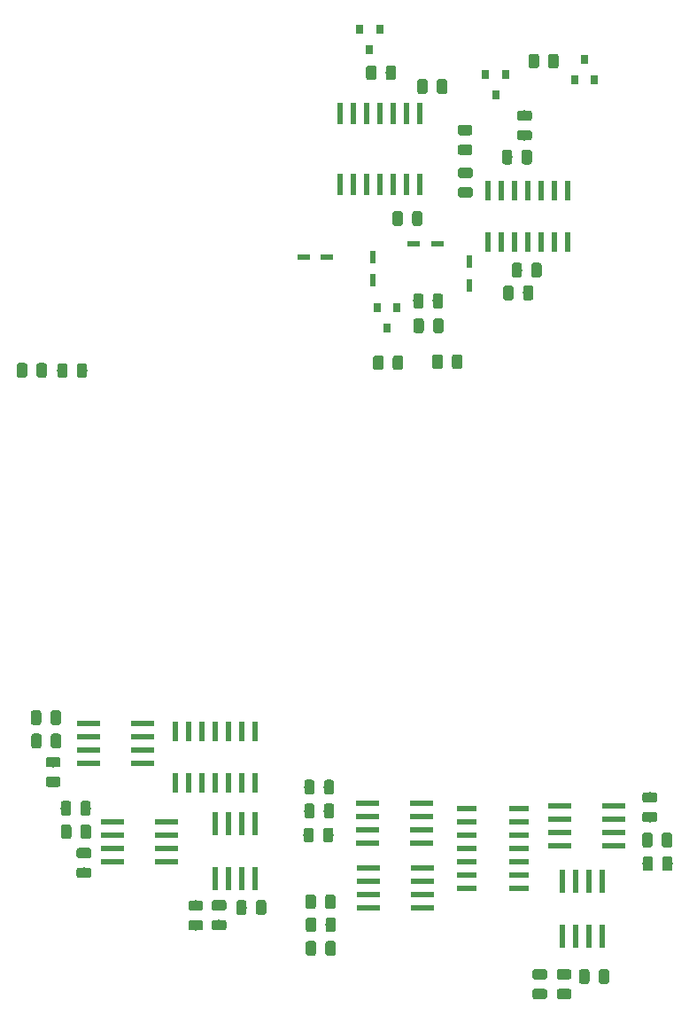
<source format=gbr>
%TF.GenerationSoftware,KiCad,Pcbnew,(5.0.1)-4*%
%TF.CreationDate,2019-11-27T13:43:37-06:00*%
%TF.ProjectId,new_synth_transistor,6E65775F73796E74685F7472616E7369,rev?*%
%TF.SameCoordinates,Original*%
%TF.FileFunction,Paste,Top*%
%TF.FilePolarity,Positive*%
%FSLAX46Y46*%
G04 Gerber Fmt 4.6, Leading zero omitted, Abs format (unit mm)*
G04 Created by KiCad (PCBNEW (5.0.1)-4) date 11/27/2019 1:43:37 PM*
%MOMM*%
%LPD*%
G01*
G04 APERTURE LIST*
%ADD10R,0.600000X1.970000*%
%ADD11R,2.200000X0.600000*%
%ADD12R,0.558800X2.159000*%
%ADD13C,0.100000*%
%ADD14C,0.975000*%
%ADD15R,1.168400X0.482600*%
%ADD16R,0.482600X1.168400*%
%ADD17R,0.800000X0.900000*%
%ADD18R,1.970000X0.600000*%
%ADD19R,0.600000X2.200000*%
G04 APERTURE END LIST*
D10*
X272191529Y-34803212D03*
X270921529Y-34803212D03*
X269651529Y-34803212D03*
X268381529Y-34803212D03*
X267111529Y-34803212D03*
X265841529Y-34803212D03*
X264571529Y-34803212D03*
X264571529Y-39753212D03*
X265841529Y-39753212D03*
X267111529Y-39753212D03*
X268381529Y-39753212D03*
X269651529Y-39753212D03*
X270921529Y-39753212D03*
X272191529Y-39753212D03*
D11*
X231546448Y-88244494D03*
X226346448Y-88244494D03*
X231546448Y-89514494D03*
X231546448Y-86974494D03*
X231546448Y-85704494D03*
X226346448Y-89514494D03*
X226346448Y-86974494D03*
X226346448Y-85704494D03*
X276620280Y-97388680D03*
X276620280Y-96118680D03*
X276620280Y-93578680D03*
X271420280Y-97388680D03*
X271420280Y-96118680D03*
X271420280Y-93578680D03*
X276620280Y-94848680D03*
X271420280Y-94848680D03*
X233852970Y-97682153D03*
X228652970Y-97682153D03*
X233852970Y-98952153D03*
X233852970Y-96412153D03*
X233852970Y-95142153D03*
X228652970Y-98952153D03*
X228652970Y-96412153D03*
X228652970Y-95142153D03*
D12*
X250427100Y-34203102D03*
X251697100Y-34203102D03*
X252967100Y-34203102D03*
X254237100Y-34203102D03*
X255507100Y-34203102D03*
X256777100Y-34203102D03*
X258047100Y-34203102D03*
X258047100Y-27446702D03*
X256777100Y-27446702D03*
X255507100Y-27446702D03*
X254237100Y-27446702D03*
X252967100Y-27446702D03*
X251697100Y-27446702D03*
X250427100Y-27446702D03*
D13*
G36*
X247757536Y-91095885D02*
X247781197Y-91099395D01*
X247804401Y-91105207D01*
X247826923Y-91113265D01*
X247848547Y-91123493D01*
X247869064Y-91135790D01*
X247888277Y-91150040D01*
X247906001Y-91166104D01*
X247922065Y-91183828D01*
X247936315Y-91203041D01*
X247948612Y-91223558D01*
X247958840Y-91245182D01*
X247966898Y-91267704D01*
X247972710Y-91290908D01*
X247976220Y-91314569D01*
X247977394Y-91338461D01*
X247977394Y-92250961D01*
X247976220Y-92274853D01*
X247972710Y-92298514D01*
X247966898Y-92321718D01*
X247958840Y-92344240D01*
X247948612Y-92365864D01*
X247936315Y-92386381D01*
X247922065Y-92405594D01*
X247906001Y-92423318D01*
X247888277Y-92439382D01*
X247869064Y-92453632D01*
X247848547Y-92465929D01*
X247826923Y-92476157D01*
X247804401Y-92484215D01*
X247781197Y-92490027D01*
X247757536Y-92493537D01*
X247733644Y-92494711D01*
X247246144Y-92494711D01*
X247222252Y-92493537D01*
X247198591Y-92490027D01*
X247175387Y-92484215D01*
X247152865Y-92476157D01*
X247131241Y-92465929D01*
X247110724Y-92453632D01*
X247091511Y-92439382D01*
X247073787Y-92423318D01*
X247057723Y-92405594D01*
X247043473Y-92386381D01*
X247031176Y-92365864D01*
X247020948Y-92344240D01*
X247012890Y-92321718D01*
X247007078Y-92298514D01*
X247003568Y-92274853D01*
X247002394Y-92250961D01*
X247002394Y-91338461D01*
X247003568Y-91314569D01*
X247007078Y-91290908D01*
X247012890Y-91267704D01*
X247020948Y-91245182D01*
X247031176Y-91223558D01*
X247043473Y-91203041D01*
X247057723Y-91183828D01*
X247073787Y-91166104D01*
X247091511Y-91150040D01*
X247110724Y-91135790D01*
X247131241Y-91123493D01*
X247152865Y-91113265D01*
X247175387Y-91105207D01*
X247198591Y-91099395D01*
X247222252Y-91095885D01*
X247246144Y-91094711D01*
X247733644Y-91094711D01*
X247757536Y-91095885D01*
X247757536Y-91095885D01*
G37*
D14*
X247489894Y-91794711D03*
D13*
G36*
X249632536Y-91095885D02*
X249656197Y-91099395D01*
X249679401Y-91105207D01*
X249701923Y-91113265D01*
X249723547Y-91123493D01*
X249744064Y-91135790D01*
X249763277Y-91150040D01*
X249781001Y-91166104D01*
X249797065Y-91183828D01*
X249811315Y-91203041D01*
X249823612Y-91223558D01*
X249833840Y-91245182D01*
X249841898Y-91267704D01*
X249847710Y-91290908D01*
X249851220Y-91314569D01*
X249852394Y-91338461D01*
X249852394Y-92250961D01*
X249851220Y-92274853D01*
X249847710Y-92298514D01*
X249841898Y-92321718D01*
X249833840Y-92344240D01*
X249823612Y-92365864D01*
X249811315Y-92386381D01*
X249797065Y-92405594D01*
X249781001Y-92423318D01*
X249763277Y-92439382D01*
X249744064Y-92453632D01*
X249723547Y-92465929D01*
X249701923Y-92476157D01*
X249679401Y-92484215D01*
X249656197Y-92490027D01*
X249632536Y-92493537D01*
X249608644Y-92494711D01*
X249121144Y-92494711D01*
X249097252Y-92493537D01*
X249073591Y-92490027D01*
X249050387Y-92484215D01*
X249027865Y-92476157D01*
X249006241Y-92465929D01*
X248985724Y-92453632D01*
X248966511Y-92439382D01*
X248948787Y-92423318D01*
X248932723Y-92405594D01*
X248918473Y-92386381D01*
X248906176Y-92365864D01*
X248895948Y-92344240D01*
X248887890Y-92321718D01*
X248882078Y-92298514D01*
X248878568Y-92274853D01*
X248877394Y-92250961D01*
X248877394Y-91338461D01*
X248878568Y-91314569D01*
X248882078Y-91290908D01*
X248887890Y-91267704D01*
X248895948Y-91245182D01*
X248906176Y-91223558D01*
X248918473Y-91203041D01*
X248932723Y-91183828D01*
X248948787Y-91166104D01*
X248966511Y-91150040D01*
X248985724Y-91135790D01*
X249006241Y-91123493D01*
X249027865Y-91113265D01*
X249050387Y-91105207D01*
X249073591Y-91099395D01*
X249097252Y-91095885D01*
X249121144Y-91094711D01*
X249608644Y-91094711D01*
X249632536Y-91095885D01*
X249632536Y-91095885D01*
G37*
D14*
X249364894Y-91794711D03*
D13*
G36*
X224489892Y-93122527D02*
X224513553Y-93126037D01*
X224536757Y-93131849D01*
X224559279Y-93139907D01*
X224580903Y-93150135D01*
X224601420Y-93162432D01*
X224620633Y-93176682D01*
X224638357Y-93192746D01*
X224654421Y-93210470D01*
X224668671Y-93229683D01*
X224680968Y-93250200D01*
X224691196Y-93271824D01*
X224699254Y-93294346D01*
X224705066Y-93317550D01*
X224708576Y-93341211D01*
X224709750Y-93365103D01*
X224709750Y-94277603D01*
X224708576Y-94301495D01*
X224705066Y-94325156D01*
X224699254Y-94348360D01*
X224691196Y-94370882D01*
X224680968Y-94392506D01*
X224668671Y-94413023D01*
X224654421Y-94432236D01*
X224638357Y-94449960D01*
X224620633Y-94466024D01*
X224601420Y-94480274D01*
X224580903Y-94492571D01*
X224559279Y-94502799D01*
X224536757Y-94510857D01*
X224513553Y-94516669D01*
X224489892Y-94520179D01*
X224466000Y-94521353D01*
X223978500Y-94521353D01*
X223954608Y-94520179D01*
X223930947Y-94516669D01*
X223907743Y-94510857D01*
X223885221Y-94502799D01*
X223863597Y-94492571D01*
X223843080Y-94480274D01*
X223823867Y-94466024D01*
X223806143Y-94449960D01*
X223790079Y-94432236D01*
X223775829Y-94413023D01*
X223763532Y-94392506D01*
X223753304Y-94370882D01*
X223745246Y-94348360D01*
X223739434Y-94325156D01*
X223735924Y-94301495D01*
X223734750Y-94277603D01*
X223734750Y-93365103D01*
X223735924Y-93341211D01*
X223739434Y-93317550D01*
X223745246Y-93294346D01*
X223753304Y-93271824D01*
X223763532Y-93250200D01*
X223775829Y-93229683D01*
X223790079Y-93210470D01*
X223806143Y-93192746D01*
X223823867Y-93176682D01*
X223843080Y-93162432D01*
X223863597Y-93150135D01*
X223885221Y-93139907D01*
X223907743Y-93131849D01*
X223930947Y-93126037D01*
X223954608Y-93122527D01*
X223978500Y-93121353D01*
X224466000Y-93121353D01*
X224489892Y-93122527D01*
X224489892Y-93122527D01*
G37*
D14*
X224222250Y-93821353D03*
D13*
G36*
X226364892Y-93122527D02*
X226388553Y-93126037D01*
X226411757Y-93131849D01*
X226434279Y-93139907D01*
X226455903Y-93150135D01*
X226476420Y-93162432D01*
X226495633Y-93176682D01*
X226513357Y-93192746D01*
X226529421Y-93210470D01*
X226543671Y-93229683D01*
X226555968Y-93250200D01*
X226566196Y-93271824D01*
X226574254Y-93294346D01*
X226580066Y-93317550D01*
X226583576Y-93341211D01*
X226584750Y-93365103D01*
X226584750Y-94277603D01*
X226583576Y-94301495D01*
X226580066Y-94325156D01*
X226574254Y-94348360D01*
X226566196Y-94370882D01*
X226555968Y-94392506D01*
X226543671Y-94413023D01*
X226529421Y-94432236D01*
X226513357Y-94449960D01*
X226495633Y-94466024D01*
X226476420Y-94480274D01*
X226455903Y-94492571D01*
X226434279Y-94502799D01*
X226411757Y-94510857D01*
X226388553Y-94516669D01*
X226364892Y-94520179D01*
X226341000Y-94521353D01*
X225853500Y-94521353D01*
X225829608Y-94520179D01*
X225805947Y-94516669D01*
X225782743Y-94510857D01*
X225760221Y-94502799D01*
X225738597Y-94492571D01*
X225718080Y-94480274D01*
X225698867Y-94466024D01*
X225681143Y-94449960D01*
X225665079Y-94432236D01*
X225650829Y-94413023D01*
X225638532Y-94392506D01*
X225628304Y-94370882D01*
X225620246Y-94348360D01*
X225614434Y-94325156D01*
X225610924Y-94301495D01*
X225609750Y-94277603D01*
X225609750Y-93365103D01*
X225610924Y-93341211D01*
X225614434Y-93317550D01*
X225620246Y-93294346D01*
X225628304Y-93271824D01*
X225638532Y-93250200D01*
X225650829Y-93229683D01*
X225665079Y-93210470D01*
X225681143Y-93192746D01*
X225698867Y-93176682D01*
X225718080Y-93162432D01*
X225738597Y-93150135D01*
X225760221Y-93139907D01*
X225782743Y-93131849D01*
X225805947Y-93126037D01*
X225829608Y-93122527D01*
X225853500Y-93121353D01*
X226341000Y-93121353D01*
X226364892Y-93122527D01*
X226364892Y-93122527D01*
G37*
D14*
X226097250Y-93821353D03*
D13*
G36*
X249756437Y-102050095D02*
X249780098Y-102053605D01*
X249803302Y-102059417D01*
X249825824Y-102067475D01*
X249847448Y-102077703D01*
X249867965Y-102090000D01*
X249887178Y-102104250D01*
X249904902Y-102120314D01*
X249920966Y-102138038D01*
X249935216Y-102157251D01*
X249947513Y-102177768D01*
X249957741Y-102199392D01*
X249965799Y-102221914D01*
X249971611Y-102245118D01*
X249975121Y-102268779D01*
X249976295Y-102292671D01*
X249976295Y-103205171D01*
X249975121Y-103229063D01*
X249971611Y-103252724D01*
X249965799Y-103275928D01*
X249957741Y-103298450D01*
X249947513Y-103320074D01*
X249935216Y-103340591D01*
X249920966Y-103359804D01*
X249904902Y-103377528D01*
X249887178Y-103393592D01*
X249867965Y-103407842D01*
X249847448Y-103420139D01*
X249825824Y-103430367D01*
X249803302Y-103438425D01*
X249780098Y-103444237D01*
X249756437Y-103447747D01*
X249732545Y-103448921D01*
X249245045Y-103448921D01*
X249221153Y-103447747D01*
X249197492Y-103444237D01*
X249174288Y-103438425D01*
X249151766Y-103430367D01*
X249130142Y-103420139D01*
X249109625Y-103407842D01*
X249090412Y-103393592D01*
X249072688Y-103377528D01*
X249056624Y-103359804D01*
X249042374Y-103340591D01*
X249030077Y-103320074D01*
X249019849Y-103298450D01*
X249011791Y-103275928D01*
X249005979Y-103252724D01*
X249002469Y-103229063D01*
X249001295Y-103205171D01*
X249001295Y-102292671D01*
X249002469Y-102268779D01*
X249005979Y-102245118D01*
X249011791Y-102221914D01*
X249019849Y-102199392D01*
X249030077Y-102177768D01*
X249042374Y-102157251D01*
X249056624Y-102138038D01*
X249072688Y-102120314D01*
X249090412Y-102104250D01*
X249109625Y-102090000D01*
X249130142Y-102077703D01*
X249151766Y-102067475D01*
X249174288Y-102059417D01*
X249197492Y-102053605D01*
X249221153Y-102050095D01*
X249245045Y-102048921D01*
X249732545Y-102048921D01*
X249756437Y-102050095D01*
X249756437Y-102050095D01*
G37*
D14*
X249488795Y-102748921D03*
D13*
G36*
X247881437Y-102050095D02*
X247905098Y-102053605D01*
X247928302Y-102059417D01*
X247950824Y-102067475D01*
X247972448Y-102077703D01*
X247992965Y-102090000D01*
X248012178Y-102104250D01*
X248029902Y-102120314D01*
X248045966Y-102138038D01*
X248060216Y-102157251D01*
X248072513Y-102177768D01*
X248082741Y-102199392D01*
X248090799Y-102221914D01*
X248096611Y-102245118D01*
X248100121Y-102268779D01*
X248101295Y-102292671D01*
X248101295Y-103205171D01*
X248100121Y-103229063D01*
X248096611Y-103252724D01*
X248090799Y-103275928D01*
X248082741Y-103298450D01*
X248072513Y-103320074D01*
X248060216Y-103340591D01*
X248045966Y-103359804D01*
X248029902Y-103377528D01*
X248012178Y-103393592D01*
X247992965Y-103407842D01*
X247972448Y-103420139D01*
X247950824Y-103430367D01*
X247928302Y-103438425D01*
X247905098Y-103444237D01*
X247881437Y-103447747D01*
X247857545Y-103448921D01*
X247370045Y-103448921D01*
X247346153Y-103447747D01*
X247322492Y-103444237D01*
X247299288Y-103438425D01*
X247276766Y-103430367D01*
X247255142Y-103420139D01*
X247234625Y-103407842D01*
X247215412Y-103393592D01*
X247197688Y-103377528D01*
X247181624Y-103359804D01*
X247167374Y-103340591D01*
X247155077Y-103320074D01*
X247144849Y-103298450D01*
X247136791Y-103275928D01*
X247130979Y-103252724D01*
X247127469Y-103229063D01*
X247126295Y-103205171D01*
X247126295Y-102292671D01*
X247127469Y-102268779D01*
X247130979Y-102245118D01*
X247136791Y-102221914D01*
X247144849Y-102199392D01*
X247155077Y-102177768D01*
X247167374Y-102157251D01*
X247181624Y-102138038D01*
X247197688Y-102120314D01*
X247215412Y-102104250D01*
X247234625Y-102090000D01*
X247255142Y-102077703D01*
X247276766Y-102067475D01*
X247299288Y-102059417D01*
X247322492Y-102053605D01*
X247346153Y-102050095D01*
X247370045Y-102048921D01*
X247857545Y-102048921D01*
X247881437Y-102050095D01*
X247881437Y-102050095D01*
G37*
D14*
X247613795Y-102748921D03*
D13*
G36*
X280111902Y-98411974D02*
X280135563Y-98415484D01*
X280158767Y-98421296D01*
X280181289Y-98429354D01*
X280202913Y-98439582D01*
X280223430Y-98451879D01*
X280242643Y-98466129D01*
X280260367Y-98482193D01*
X280276431Y-98499917D01*
X280290681Y-98519130D01*
X280302978Y-98539647D01*
X280313206Y-98561271D01*
X280321264Y-98583793D01*
X280327076Y-98606997D01*
X280330586Y-98630658D01*
X280331760Y-98654550D01*
X280331760Y-99567050D01*
X280330586Y-99590942D01*
X280327076Y-99614603D01*
X280321264Y-99637807D01*
X280313206Y-99660329D01*
X280302978Y-99681953D01*
X280290681Y-99702470D01*
X280276431Y-99721683D01*
X280260367Y-99739407D01*
X280242643Y-99755471D01*
X280223430Y-99769721D01*
X280202913Y-99782018D01*
X280181289Y-99792246D01*
X280158767Y-99800304D01*
X280135563Y-99806116D01*
X280111902Y-99809626D01*
X280088010Y-99810800D01*
X279600510Y-99810800D01*
X279576618Y-99809626D01*
X279552957Y-99806116D01*
X279529753Y-99800304D01*
X279507231Y-99792246D01*
X279485607Y-99782018D01*
X279465090Y-99769721D01*
X279445877Y-99755471D01*
X279428153Y-99739407D01*
X279412089Y-99721683D01*
X279397839Y-99702470D01*
X279385542Y-99681953D01*
X279375314Y-99660329D01*
X279367256Y-99637807D01*
X279361444Y-99614603D01*
X279357934Y-99590942D01*
X279356760Y-99567050D01*
X279356760Y-98654550D01*
X279357934Y-98630658D01*
X279361444Y-98606997D01*
X279367256Y-98583793D01*
X279375314Y-98561271D01*
X279385542Y-98539647D01*
X279397839Y-98519130D01*
X279412089Y-98499917D01*
X279428153Y-98482193D01*
X279445877Y-98466129D01*
X279465090Y-98451879D01*
X279485607Y-98439582D01*
X279507231Y-98429354D01*
X279529753Y-98421296D01*
X279552957Y-98415484D01*
X279576618Y-98411974D01*
X279600510Y-98410800D01*
X280088010Y-98410800D01*
X280111902Y-98411974D01*
X280111902Y-98411974D01*
G37*
D14*
X279844260Y-99110800D03*
D13*
G36*
X281986902Y-98411974D02*
X282010563Y-98415484D01*
X282033767Y-98421296D01*
X282056289Y-98429354D01*
X282077913Y-98439582D01*
X282098430Y-98451879D01*
X282117643Y-98466129D01*
X282135367Y-98482193D01*
X282151431Y-98499917D01*
X282165681Y-98519130D01*
X282177978Y-98539647D01*
X282188206Y-98561271D01*
X282196264Y-98583793D01*
X282202076Y-98606997D01*
X282205586Y-98630658D01*
X282206760Y-98654550D01*
X282206760Y-99567050D01*
X282205586Y-99590942D01*
X282202076Y-99614603D01*
X282196264Y-99637807D01*
X282188206Y-99660329D01*
X282177978Y-99681953D01*
X282165681Y-99702470D01*
X282151431Y-99721683D01*
X282135367Y-99739407D01*
X282117643Y-99755471D01*
X282098430Y-99769721D01*
X282077913Y-99782018D01*
X282056289Y-99792246D01*
X282033767Y-99800304D01*
X282010563Y-99806116D01*
X281986902Y-99809626D01*
X281963010Y-99810800D01*
X281475510Y-99810800D01*
X281451618Y-99809626D01*
X281427957Y-99806116D01*
X281404753Y-99800304D01*
X281382231Y-99792246D01*
X281360607Y-99782018D01*
X281340090Y-99769721D01*
X281320877Y-99755471D01*
X281303153Y-99739407D01*
X281287089Y-99721683D01*
X281272839Y-99702470D01*
X281260542Y-99681953D01*
X281250314Y-99660329D01*
X281242256Y-99637807D01*
X281236444Y-99614603D01*
X281232934Y-99590942D01*
X281231760Y-99567050D01*
X281231760Y-98654550D01*
X281232934Y-98630658D01*
X281236444Y-98606997D01*
X281242256Y-98583793D01*
X281250314Y-98561271D01*
X281260542Y-98539647D01*
X281272839Y-98519130D01*
X281287089Y-98499917D01*
X281303153Y-98482193D01*
X281320877Y-98466129D01*
X281340090Y-98451879D01*
X281360607Y-98439582D01*
X281382231Y-98429354D01*
X281404753Y-98421296D01*
X281427957Y-98415484D01*
X281451618Y-98411974D01*
X281475510Y-98410800D01*
X281963010Y-98410800D01*
X281986902Y-98411974D01*
X281986902Y-98411974D01*
G37*
D14*
X281719260Y-99110800D03*
D13*
G36*
X269994462Y-111068174D02*
X270018123Y-111071684D01*
X270041327Y-111077496D01*
X270063849Y-111085554D01*
X270085473Y-111095782D01*
X270105990Y-111108079D01*
X270125203Y-111122329D01*
X270142927Y-111138393D01*
X270158991Y-111156117D01*
X270173241Y-111175330D01*
X270185538Y-111195847D01*
X270195766Y-111217471D01*
X270203824Y-111239993D01*
X270209636Y-111263197D01*
X270213146Y-111286858D01*
X270214320Y-111310750D01*
X270214320Y-111798250D01*
X270213146Y-111822142D01*
X270209636Y-111845803D01*
X270203824Y-111869007D01*
X270195766Y-111891529D01*
X270185538Y-111913153D01*
X270173241Y-111933670D01*
X270158991Y-111952883D01*
X270142927Y-111970607D01*
X270125203Y-111986671D01*
X270105990Y-112000921D01*
X270085473Y-112013218D01*
X270063849Y-112023446D01*
X270041327Y-112031504D01*
X270018123Y-112037316D01*
X269994462Y-112040826D01*
X269970570Y-112042000D01*
X269058070Y-112042000D01*
X269034178Y-112040826D01*
X269010517Y-112037316D01*
X268987313Y-112031504D01*
X268964791Y-112023446D01*
X268943167Y-112013218D01*
X268922650Y-112000921D01*
X268903437Y-111986671D01*
X268885713Y-111970607D01*
X268869649Y-111952883D01*
X268855399Y-111933670D01*
X268843102Y-111913153D01*
X268832874Y-111891529D01*
X268824816Y-111869007D01*
X268819004Y-111845803D01*
X268815494Y-111822142D01*
X268814320Y-111798250D01*
X268814320Y-111310750D01*
X268815494Y-111286858D01*
X268819004Y-111263197D01*
X268824816Y-111239993D01*
X268832874Y-111217471D01*
X268843102Y-111195847D01*
X268855399Y-111175330D01*
X268869649Y-111156117D01*
X268885713Y-111138393D01*
X268903437Y-111122329D01*
X268922650Y-111108079D01*
X268943167Y-111095782D01*
X268964791Y-111085554D01*
X268987313Y-111077496D01*
X269010517Y-111071684D01*
X269034178Y-111068174D01*
X269058070Y-111067000D01*
X269970570Y-111067000D01*
X269994462Y-111068174D01*
X269994462Y-111068174D01*
G37*
D14*
X269514320Y-111554500D03*
D13*
G36*
X269994462Y-109193174D02*
X270018123Y-109196684D01*
X270041327Y-109202496D01*
X270063849Y-109210554D01*
X270085473Y-109220782D01*
X270105990Y-109233079D01*
X270125203Y-109247329D01*
X270142927Y-109263393D01*
X270158991Y-109281117D01*
X270173241Y-109300330D01*
X270185538Y-109320847D01*
X270195766Y-109342471D01*
X270203824Y-109364993D01*
X270209636Y-109388197D01*
X270213146Y-109411858D01*
X270214320Y-109435750D01*
X270214320Y-109923250D01*
X270213146Y-109947142D01*
X270209636Y-109970803D01*
X270203824Y-109994007D01*
X270195766Y-110016529D01*
X270185538Y-110038153D01*
X270173241Y-110058670D01*
X270158991Y-110077883D01*
X270142927Y-110095607D01*
X270125203Y-110111671D01*
X270105990Y-110125921D01*
X270085473Y-110138218D01*
X270063849Y-110148446D01*
X270041327Y-110156504D01*
X270018123Y-110162316D01*
X269994462Y-110165826D01*
X269970570Y-110167000D01*
X269058070Y-110167000D01*
X269034178Y-110165826D01*
X269010517Y-110162316D01*
X268987313Y-110156504D01*
X268964791Y-110148446D01*
X268943167Y-110138218D01*
X268922650Y-110125921D01*
X268903437Y-110111671D01*
X268885713Y-110095607D01*
X268869649Y-110077883D01*
X268855399Y-110058670D01*
X268843102Y-110038153D01*
X268832874Y-110016529D01*
X268824816Y-109994007D01*
X268819004Y-109970803D01*
X268815494Y-109947142D01*
X268814320Y-109923250D01*
X268814320Y-109435750D01*
X268815494Y-109411858D01*
X268819004Y-109388197D01*
X268824816Y-109364993D01*
X268832874Y-109342471D01*
X268843102Y-109320847D01*
X268855399Y-109300330D01*
X268869649Y-109281117D01*
X268885713Y-109263393D01*
X268903437Y-109247329D01*
X268922650Y-109233079D01*
X268943167Y-109220782D01*
X268964791Y-109210554D01*
X268987313Y-109202496D01*
X269010517Y-109196684D01*
X269034178Y-109193174D01*
X269058070Y-109192000D01*
X269970570Y-109192000D01*
X269994462Y-109193174D01*
X269994462Y-109193174D01*
G37*
D14*
X269514320Y-109679500D03*
D13*
G36*
X237111622Y-102629814D02*
X237135283Y-102633324D01*
X237158487Y-102639136D01*
X237181009Y-102647194D01*
X237202633Y-102657422D01*
X237223150Y-102669719D01*
X237242363Y-102683969D01*
X237260087Y-102700033D01*
X237276151Y-102717757D01*
X237290401Y-102736970D01*
X237302698Y-102757487D01*
X237312926Y-102779111D01*
X237320984Y-102801633D01*
X237326796Y-102824837D01*
X237330306Y-102848498D01*
X237331480Y-102872390D01*
X237331480Y-103359890D01*
X237330306Y-103383782D01*
X237326796Y-103407443D01*
X237320984Y-103430647D01*
X237312926Y-103453169D01*
X237302698Y-103474793D01*
X237290401Y-103495310D01*
X237276151Y-103514523D01*
X237260087Y-103532247D01*
X237242363Y-103548311D01*
X237223150Y-103562561D01*
X237202633Y-103574858D01*
X237181009Y-103585086D01*
X237158487Y-103593144D01*
X237135283Y-103598956D01*
X237111622Y-103602466D01*
X237087730Y-103603640D01*
X236175230Y-103603640D01*
X236151338Y-103602466D01*
X236127677Y-103598956D01*
X236104473Y-103593144D01*
X236081951Y-103585086D01*
X236060327Y-103574858D01*
X236039810Y-103562561D01*
X236020597Y-103548311D01*
X236002873Y-103532247D01*
X235986809Y-103514523D01*
X235972559Y-103495310D01*
X235960262Y-103474793D01*
X235950034Y-103453169D01*
X235941976Y-103430647D01*
X235936164Y-103407443D01*
X235932654Y-103383782D01*
X235931480Y-103359890D01*
X235931480Y-102872390D01*
X235932654Y-102848498D01*
X235936164Y-102824837D01*
X235941976Y-102801633D01*
X235950034Y-102779111D01*
X235960262Y-102757487D01*
X235972559Y-102736970D01*
X235986809Y-102717757D01*
X236002873Y-102700033D01*
X236020597Y-102683969D01*
X236039810Y-102669719D01*
X236060327Y-102657422D01*
X236081951Y-102647194D01*
X236104473Y-102639136D01*
X236127677Y-102633324D01*
X236151338Y-102629814D01*
X236175230Y-102628640D01*
X237087730Y-102628640D01*
X237111622Y-102629814D01*
X237111622Y-102629814D01*
G37*
D14*
X236631480Y-103116140D03*
D13*
G36*
X237111622Y-104504814D02*
X237135283Y-104508324D01*
X237158487Y-104514136D01*
X237181009Y-104522194D01*
X237202633Y-104532422D01*
X237223150Y-104544719D01*
X237242363Y-104558969D01*
X237260087Y-104575033D01*
X237276151Y-104592757D01*
X237290401Y-104611970D01*
X237302698Y-104632487D01*
X237312926Y-104654111D01*
X237320984Y-104676633D01*
X237326796Y-104699837D01*
X237330306Y-104723498D01*
X237331480Y-104747390D01*
X237331480Y-105234890D01*
X237330306Y-105258782D01*
X237326796Y-105282443D01*
X237320984Y-105305647D01*
X237312926Y-105328169D01*
X237302698Y-105349793D01*
X237290401Y-105370310D01*
X237276151Y-105389523D01*
X237260087Y-105407247D01*
X237242363Y-105423311D01*
X237223150Y-105437561D01*
X237202633Y-105449858D01*
X237181009Y-105460086D01*
X237158487Y-105468144D01*
X237135283Y-105473956D01*
X237111622Y-105477466D01*
X237087730Y-105478640D01*
X236175230Y-105478640D01*
X236151338Y-105477466D01*
X236127677Y-105473956D01*
X236104473Y-105468144D01*
X236081951Y-105460086D01*
X236060327Y-105449858D01*
X236039810Y-105437561D01*
X236020597Y-105423311D01*
X236002873Y-105407247D01*
X235986809Y-105389523D01*
X235972559Y-105370310D01*
X235960262Y-105349793D01*
X235950034Y-105328169D01*
X235941976Y-105305647D01*
X235936164Y-105282443D01*
X235932654Y-105258782D01*
X235931480Y-105234890D01*
X235931480Y-104747390D01*
X235932654Y-104723498D01*
X235936164Y-104699837D01*
X235941976Y-104676633D01*
X235950034Y-104654111D01*
X235960262Y-104632487D01*
X235972559Y-104611970D01*
X235986809Y-104592757D01*
X236002873Y-104575033D01*
X236020597Y-104558969D01*
X236039810Y-104544719D01*
X236060327Y-104532422D01*
X236081951Y-104522194D01*
X236104473Y-104514136D01*
X236127677Y-104508324D01*
X236151338Y-104504814D01*
X236175230Y-104503640D01*
X237087730Y-104503640D01*
X237111622Y-104504814D01*
X237111622Y-104504814D01*
G37*
D14*
X236631480Y-104991140D03*
D13*
G36*
X221631950Y-84467188D02*
X221655611Y-84470698D01*
X221678815Y-84476510D01*
X221701337Y-84484568D01*
X221722961Y-84494796D01*
X221743478Y-84507093D01*
X221762691Y-84521343D01*
X221780415Y-84537407D01*
X221796479Y-84555131D01*
X221810729Y-84574344D01*
X221823026Y-84594861D01*
X221833254Y-84616485D01*
X221841312Y-84639007D01*
X221847124Y-84662211D01*
X221850634Y-84685872D01*
X221851808Y-84709764D01*
X221851808Y-85622264D01*
X221850634Y-85646156D01*
X221847124Y-85669817D01*
X221841312Y-85693021D01*
X221833254Y-85715543D01*
X221823026Y-85737167D01*
X221810729Y-85757684D01*
X221796479Y-85776897D01*
X221780415Y-85794621D01*
X221762691Y-85810685D01*
X221743478Y-85824935D01*
X221722961Y-85837232D01*
X221701337Y-85847460D01*
X221678815Y-85855518D01*
X221655611Y-85861330D01*
X221631950Y-85864840D01*
X221608058Y-85866014D01*
X221120558Y-85866014D01*
X221096666Y-85864840D01*
X221073005Y-85861330D01*
X221049801Y-85855518D01*
X221027279Y-85847460D01*
X221005655Y-85837232D01*
X220985138Y-85824935D01*
X220965925Y-85810685D01*
X220948201Y-85794621D01*
X220932137Y-85776897D01*
X220917887Y-85757684D01*
X220905590Y-85737167D01*
X220895362Y-85715543D01*
X220887304Y-85693021D01*
X220881492Y-85669817D01*
X220877982Y-85646156D01*
X220876808Y-85622264D01*
X220876808Y-84709764D01*
X220877982Y-84685872D01*
X220881492Y-84662211D01*
X220887304Y-84639007D01*
X220895362Y-84616485D01*
X220905590Y-84594861D01*
X220917887Y-84574344D01*
X220932137Y-84555131D01*
X220948201Y-84537407D01*
X220965925Y-84521343D01*
X220985138Y-84507093D01*
X221005655Y-84494796D01*
X221027279Y-84484568D01*
X221049801Y-84476510D01*
X221073005Y-84470698D01*
X221096666Y-84467188D01*
X221120558Y-84466014D01*
X221608058Y-84466014D01*
X221631950Y-84467188D01*
X221631950Y-84467188D01*
G37*
D14*
X221364308Y-85166014D03*
D13*
G36*
X223506950Y-84467188D02*
X223530611Y-84470698D01*
X223553815Y-84476510D01*
X223576337Y-84484568D01*
X223597961Y-84494796D01*
X223618478Y-84507093D01*
X223637691Y-84521343D01*
X223655415Y-84537407D01*
X223671479Y-84555131D01*
X223685729Y-84574344D01*
X223698026Y-84594861D01*
X223708254Y-84616485D01*
X223716312Y-84639007D01*
X223722124Y-84662211D01*
X223725634Y-84685872D01*
X223726808Y-84709764D01*
X223726808Y-85622264D01*
X223725634Y-85646156D01*
X223722124Y-85669817D01*
X223716312Y-85693021D01*
X223708254Y-85715543D01*
X223698026Y-85737167D01*
X223685729Y-85757684D01*
X223671479Y-85776897D01*
X223655415Y-85794621D01*
X223637691Y-85810685D01*
X223618478Y-85824935D01*
X223597961Y-85837232D01*
X223576337Y-85847460D01*
X223553815Y-85855518D01*
X223530611Y-85861330D01*
X223506950Y-85864840D01*
X223483058Y-85866014D01*
X222995558Y-85866014D01*
X222971666Y-85864840D01*
X222948005Y-85861330D01*
X222924801Y-85855518D01*
X222902279Y-85847460D01*
X222880655Y-85837232D01*
X222860138Y-85824935D01*
X222840925Y-85810685D01*
X222823201Y-85794621D01*
X222807137Y-85776897D01*
X222792887Y-85757684D01*
X222780590Y-85737167D01*
X222770362Y-85715543D01*
X222762304Y-85693021D01*
X222756492Y-85669817D01*
X222752982Y-85646156D01*
X222751808Y-85622264D01*
X222751808Y-84709764D01*
X222752982Y-84685872D01*
X222756492Y-84662211D01*
X222762304Y-84639007D01*
X222770362Y-84616485D01*
X222780590Y-84594861D01*
X222792887Y-84574344D01*
X222807137Y-84555131D01*
X222823201Y-84537407D01*
X222840925Y-84521343D01*
X222860138Y-84507093D01*
X222880655Y-84494796D01*
X222902279Y-84484568D01*
X222924801Y-84476510D01*
X222948005Y-84470698D01*
X222971666Y-84467188D01*
X222995558Y-84466014D01*
X223483058Y-84466014D01*
X223506950Y-84467188D01*
X223506950Y-84467188D01*
G37*
D14*
X223239308Y-85166014D03*
D13*
G36*
X268543562Y-30938876D02*
X268567223Y-30942386D01*
X268590427Y-30948198D01*
X268612949Y-30956256D01*
X268634573Y-30966484D01*
X268655090Y-30978781D01*
X268674303Y-30993031D01*
X268692027Y-31009095D01*
X268708091Y-31026819D01*
X268722341Y-31046032D01*
X268734638Y-31066549D01*
X268744866Y-31088173D01*
X268752924Y-31110695D01*
X268758736Y-31133899D01*
X268762246Y-31157560D01*
X268763420Y-31181452D01*
X268763420Y-32093952D01*
X268762246Y-32117844D01*
X268758736Y-32141505D01*
X268752924Y-32164709D01*
X268744866Y-32187231D01*
X268734638Y-32208855D01*
X268722341Y-32229372D01*
X268708091Y-32248585D01*
X268692027Y-32266309D01*
X268674303Y-32282373D01*
X268655090Y-32296623D01*
X268634573Y-32308920D01*
X268612949Y-32319148D01*
X268590427Y-32327206D01*
X268567223Y-32333018D01*
X268543562Y-32336528D01*
X268519670Y-32337702D01*
X268032170Y-32337702D01*
X268008278Y-32336528D01*
X267984617Y-32333018D01*
X267961413Y-32327206D01*
X267938891Y-32319148D01*
X267917267Y-32308920D01*
X267896750Y-32296623D01*
X267877537Y-32282373D01*
X267859813Y-32266309D01*
X267843749Y-32248585D01*
X267829499Y-32229372D01*
X267817202Y-32208855D01*
X267806974Y-32187231D01*
X267798916Y-32164709D01*
X267793104Y-32141505D01*
X267789594Y-32117844D01*
X267788420Y-32093952D01*
X267788420Y-31181452D01*
X267789594Y-31157560D01*
X267793104Y-31133899D01*
X267798916Y-31110695D01*
X267806974Y-31088173D01*
X267817202Y-31066549D01*
X267829499Y-31046032D01*
X267843749Y-31026819D01*
X267859813Y-31009095D01*
X267877537Y-30993031D01*
X267896750Y-30978781D01*
X267917267Y-30966484D01*
X267938891Y-30956256D01*
X267961413Y-30948198D01*
X267984617Y-30942386D01*
X268008278Y-30938876D01*
X268032170Y-30937702D01*
X268519670Y-30937702D01*
X268543562Y-30938876D01*
X268543562Y-30938876D01*
G37*
D14*
X268275920Y-31637702D03*
D13*
G36*
X266668562Y-30938876D02*
X266692223Y-30942386D01*
X266715427Y-30948198D01*
X266737949Y-30956256D01*
X266759573Y-30966484D01*
X266780090Y-30978781D01*
X266799303Y-30993031D01*
X266817027Y-31009095D01*
X266833091Y-31026819D01*
X266847341Y-31046032D01*
X266859638Y-31066549D01*
X266869866Y-31088173D01*
X266877924Y-31110695D01*
X266883736Y-31133899D01*
X266887246Y-31157560D01*
X266888420Y-31181452D01*
X266888420Y-32093952D01*
X266887246Y-32117844D01*
X266883736Y-32141505D01*
X266877924Y-32164709D01*
X266869866Y-32187231D01*
X266859638Y-32208855D01*
X266847341Y-32229372D01*
X266833091Y-32248585D01*
X266817027Y-32266309D01*
X266799303Y-32282373D01*
X266780090Y-32296623D01*
X266759573Y-32308920D01*
X266737949Y-32319148D01*
X266715427Y-32327206D01*
X266692223Y-32333018D01*
X266668562Y-32336528D01*
X266644670Y-32337702D01*
X266157170Y-32337702D01*
X266133278Y-32336528D01*
X266109617Y-32333018D01*
X266086413Y-32327206D01*
X266063891Y-32319148D01*
X266042267Y-32308920D01*
X266021750Y-32296623D01*
X266002537Y-32282373D01*
X265984813Y-32266309D01*
X265968749Y-32248585D01*
X265954499Y-32229372D01*
X265942202Y-32208855D01*
X265931974Y-32187231D01*
X265923916Y-32164709D01*
X265918104Y-32141505D01*
X265914594Y-32117844D01*
X265913420Y-32093952D01*
X265913420Y-31181452D01*
X265914594Y-31157560D01*
X265918104Y-31133899D01*
X265923916Y-31110695D01*
X265931974Y-31088173D01*
X265942202Y-31066549D01*
X265954499Y-31046032D01*
X265968749Y-31026819D01*
X265984813Y-31009095D01*
X266002537Y-30993031D01*
X266021750Y-30978781D01*
X266042267Y-30966484D01*
X266063891Y-30956256D01*
X266086413Y-30948198D01*
X266109617Y-30942386D01*
X266133278Y-30938876D01*
X266157170Y-30937702D01*
X266644670Y-30937702D01*
X266668562Y-30938876D01*
X266668562Y-30938876D01*
G37*
D14*
X266400920Y-31637702D03*
D15*
X246942220Y-41218582D03*
X249177420Y-41218582D03*
D16*
X262773209Y-43872052D03*
X262773209Y-41636852D03*
X253571620Y-43382662D03*
X253571620Y-41147462D03*
D15*
X257478140Y-39913022D03*
X259713340Y-39913022D03*
D17*
X272851840Y-24276560D03*
X274751840Y-24276560D03*
X273801840Y-22276560D03*
X254907700Y-47993782D03*
X253957700Y-45993782D03*
X255857700Y-45993782D03*
X265286100Y-25703502D03*
X264336100Y-23703502D03*
X266236100Y-23703502D03*
X254211740Y-19410902D03*
X252311740Y-19410902D03*
X253261740Y-21410902D03*
D13*
G36*
X222164822Y-51294974D02*
X222188483Y-51298484D01*
X222211687Y-51304296D01*
X222234209Y-51312354D01*
X222255833Y-51322582D01*
X222276350Y-51334879D01*
X222295563Y-51349129D01*
X222313287Y-51365193D01*
X222329351Y-51382917D01*
X222343601Y-51402130D01*
X222355898Y-51422647D01*
X222366126Y-51444271D01*
X222374184Y-51466793D01*
X222379996Y-51489997D01*
X222383506Y-51513658D01*
X222384680Y-51537550D01*
X222384680Y-52450050D01*
X222383506Y-52473942D01*
X222379996Y-52497603D01*
X222374184Y-52520807D01*
X222366126Y-52543329D01*
X222355898Y-52564953D01*
X222343601Y-52585470D01*
X222329351Y-52604683D01*
X222313287Y-52622407D01*
X222295563Y-52638471D01*
X222276350Y-52652721D01*
X222255833Y-52665018D01*
X222234209Y-52675246D01*
X222211687Y-52683304D01*
X222188483Y-52689116D01*
X222164822Y-52692626D01*
X222140930Y-52693800D01*
X221653430Y-52693800D01*
X221629538Y-52692626D01*
X221605877Y-52689116D01*
X221582673Y-52683304D01*
X221560151Y-52675246D01*
X221538527Y-52665018D01*
X221518010Y-52652721D01*
X221498797Y-52638471D01*
X221481073Y-52622407D01*
X221465009Y-52604683D01*
X221450759Y-52585470D01*
X221438462Y-52564953D01*
X221428234Y-52543329D01*
X221420176Y-52520807D01*
X221414364Y-52497603D01*
X221410854Y-52473942D01*
X221409680Y-52450050D01*
X221409680Y-51537550D01*
X221410854Y-51513658D01*
X221414364Y-51489997D01*
X221420176Y-51466793D01*
X221428234Y-51444271D01*
X221438462Y-51422647D01*
X221450759Y-51402130D01*
X221465009Y-51382917D01*
X221481073Y-51365193D01*
X221498797Y-51349129D01*
X221518010Y-51334879D01*
X221538527Y-51322582D01*
X221560151Y-51312354D01*
X221582673Y-51304296D01*
X221605877Y-51298484D01*
X221629538Y-51294974D01*
X221653430Y-51293800D01*
X222140930Y-51293800D01*
X222164822Y-51294974D01*
X222164822Y-51294974D01*
G37*
D14*
X221897180Y-51993800D03*
D13*
G36*
X220289822Y-51294974D02*
X220313483Y-51298484D01*
X220336687Y-51304296D01*
X220359209Y-51312354D01*
X220380833Y-51322582D01*
X220401350Y-51334879D01*
X220420563Y-51349129D01*
X220438287Y-51365193D01*
X220454351Y-51382917D01*
X220468601Y-51402130D01*
X220480898Y-51422647D01*
X220491126Y-51444271D01*
X220499184Y-51466793D01*
X220504996Y-51489997D01*
X220508506Y-51513658D01*
X220509680Y-51537550D01*
X220509680Y-52450050D01*
X220508506Y-52473942D01*
X220504996Y-52497603D01*
X220499184Y-52520807D01*
X220491126Y-52543329D01*
X220480898Y-52564953D01*
X220468601Y-52585470D01*
X220454351Y-52604683D01*
X220438287Y-52622407D01*
X220420563Y-52638471D01*
X220401350Y-52652721D01*
X220380833Y-52665018D01*
X220359209Y-52675246D01*
X220336687Y-52683304D01*
X220313483Y-52689116D01*
X220289822Y-52692626D01*
X220265930Y-52693800D01*
X219778430Y-52693800D01*
X219754538Y-52692626D01*
X219730877Y-52689116D01*
X219707673Y-52683304D01*
X219685151Y-52675246D01*
X219663527Y-52665018D01*
X219643010Y-52652721D01*
X219623797Y-52638471D01*
X219606073Y-52622407D01*
X219590009Y-52604683D01*
X219575759Y-52585470D01*
X219563462Y-52564953D01*
X219553234Y-52543329D01*
X219545176Y-52520807D01*
X219539364Y-52497603D01*
X219535854Y-52473942D01*
X219534680Y-52450050D01*
X219534680Y-51537550D01*
X219535854Y-51513658D01*
X219539364Y-51489997D01*
X219545176Y-51466793D01*
X219553234Y-51444271D01*
X219563462Y-51422647D01*
X219575759Y-51402130D01*
X219590009Y-51382917D01*
X219606073Y-51365193D01*
X219623797Y-51349129D01*
X219643010Y-51334879D01*
X219663527Y-51322582D01*
X219685151Y-51312354D01*
X219707673Y-51304296D01*
X219730877Y-51298484D01*
X219754538Y-51294974D01*
X219778430Y-51293800D01*
X220265930Y-51293800D01*
X220289822Y-51294974D01*
X220289822Y-51294974D01*
G37*
D14*
X220022180Y-51993800D03*
D13*
G36*
X224145542Y-51320374D02*
X224169203Y-51323884D01*
X224192407Y-51329696D01*
X224214929Y-51337754D01*
X224236553Y-51347982D01*
X224257070Y-51360279D01*
X224276283Y-51374529D01*
X224294007Y-51390593D01*
X224310071Y-51408317D01*
X224324321Y-51427530D01*
X224336618Y-51448047D01*
X224346846Y-51469671D01*
X224354904Y-51492193D01*
X224360716Y-51515397D01*
X224364226Y-51539058D01*
X224365400Y-51562950D01*
X224365400Y-52475450D01*
X224364226Y-52499342D01*
X224360716Y-52523003D01*
X224354904Y-52546207D01*
X224346846Y-52568729D01*
X224336618Y-52590353D01*
X224324321Y-52610870D01*
X224310071Y-52630083D01*
X224294007Y-52647807D01*
X224276283Y-52663871D01*
X224257070Y-52678121D01*
X224236553Y-52690418D01*
X224214929Y-52700646D01*
X224192407Y-52708704D01*
X224169203Y-52714516D01*
X224145542Y-52718026D01*
X224121650Y-52719200D01*
X223634150Y-52719200D01*
X223610258Y-52718026D01*
X223586597Y-52714516D01*
X223563393Y-52708704D01*
X223540871Y-52700646D01*
X223519247Y-52690418D01*
X223498730Y-52678121D01*
X223479517Y-52663871D01*
X223461793Y-52647807D01*
X223445729Y-52630083D01*
X223431479Y-52610870D01*
X223419182Y-52590353D01*
X223408954Y-52568729D01*
X223400896Y-52546207D01*
X223395084Y-52523003D01*
X223391574Y-52499342D01*
X223390400Y-52475450D01*
X223390400Y-51562950D01*
X223391574Y-51539058D01*
X223395084Y-51515397D01*
X223400896Y-51492193D01*
X223408954Y-51469671D01*
X223419182Y-51448047D01*
X223431479Y-51427530D01*
X223445729Y-51408317D01*
X223461793Y-51390593D01*
X223479517Y-51374529D01*
X223498730Y-51360279D01*
X223519247Y-51347982D01*
X223540871Y-51337754D01*
X223563393Y-51329696D01*
X223586597Y-51323884D01*
X223610258Y-51320374D01*
X223634150Y-51319200D01*
X224121650Y-51319200D01*
X224145542Y-51320374D01*
X224145542Y-51320374D01*
G37*
D14*
X223877900Y-52019200D03*
D13*
G36*
X226020542Y-51320374D02*
X226044203Y-51323884D01*
X226067407Y-51329696D01*
X226089929Y-51337754D01*
X226111553Y-51347982D01*
X226132070Y-51360279D01*
X226151283Y-51374529D01*
X226169007Y-51390593D01*
X226185071Y-51408317D01*
X226199321Y-51427530D01*
X226211618Y-51448047D01*
X226221846Y-51469671D01*
X226229904Y-51492193D01*
X226235716Y-51515397D01*
X226239226Y-51539058D01*
X226240400Y-51562950D01*
X226240400Y-52475450D01*
X226239226Y-52499342D01*
X226235716Y-52523003D01*
X226229904Y-52546207D01*
X226221846Y-52568729D01*
X226211618Y-52590353D01*
X226199321Y-52610870D01*
X226185071Y-52630083D01*
X226169007Y-52647807D01*
X226151283Y-52663871D01*
X226132070Y-52678121D01*
X226111553Y-52690418D01*
X226089929Y-52700646D01*
X226067407Y-52708704D01*
X226044203Y-52714516D01*
X226020542Y-52718026D01*
X225996650Y-52719200D01*
X225509150Y-52719200D01*
X225485258Y-52718026D01*
X225461597Y-52714516D01*
X225438393Y-52708704D01*
X225415871Y-52700646D01*
X225394247Y-52690418D01*
X225373730Y-52678121D01*
X225354517Y-52663871D01*
X225336793Y-52647807D01*
X225320729Y-52630083D01*
X225306479Y-52610870D01*
X225294182Y-52590353D01*
X225283954Y-52568729D01*
X225275896Y-52546207D01*
X225270084Y-52523003D01*
X225266574Y-52499342D01*
X225265400Y-52475450D01*
X225265400Y-51562950D01*
X225266574Y-51539058D01*
X225270084Y-51515397D01*
X225275896Y-51492193D01*
X225283954Y-51469671D01*
X225294182Y-51448047D01*
X225306479Y-51427530D01*
X225320729Y-51408317D01*
X225336793Y-51390593D01*
X225354517Y-51374529D01*
X225373730Y-51360279D01*
X225394247Y-51347982D01*
X225415871Y-51337754D01*
X225438393Y-51329696D01*
X225461597Y-51323884D01*
X225485258Y-51320374D01*
X225509150Y-51319200D01*
X225996650Y-51319200D01*
X226020542Y-51320374D01*
X226020542Y-51320374D01*
G37*
D14*
X225752900Y-52019200D03*
D13*
G36*
X271090302Y-21759854D02*
X271113963Y-21763364D01*
X271137167Y-21769176D01*
X271159689Y-21777234D01*
X271181313Y-21787462D01*
X271201830Y-21799759D01*
X271221043Y-21814009D01*
X271238767Y-21830073D01*
X271254831Y-21847797D01*
X271269081Y-21867010D01*
X271281378Y-21887527D01*
X271291606Y-21909151D01*
X271299664Y-21931673D01*
X271305476Y-21954877D01*
X271308986Y-21978538D01*
X271310160Y-22002430D01*
X271310160Y-22914930D01*
X271308986Y-22938822D01*
X271305476Y-22962483D01*
X271299664Y-22985687D01*
X271291606Y-23008209D01*
X271281378Y-23029833D01*
X271269081Y-23050350D01*
X271254831Y-23069563D01*
X271238767Y-23087287D01*
X271221043Y-23103351D01*
X271201830Y-23117601D01*
X271181313Y-23129898D01*
X271159689Y-23140126D01*
X271137167Y-23148184D01*
X271113963Y-23153996D01*
X271090302Y-23157506D01*
X271066410Y-23158680D01*
X270578910Y-23158680D01*
X270555018Y-23157506D01*
X270531357Y-23153996D01*
X270508153Y-23148184D01*
X270485631Y-23140126D01*
X270464007Y-23129898D01*
X270443490Y-23117601D01*
X270424277Y-23103351D01*
X270406553Y-23087287D01*
X270390489Y-23069563D01*
X270376239Y-23050350D01*
X270363942Y-23029833D01*
X270353714Y-23008209D01*
X270345656Y-22985687D01*
X270339844Y-22962483D01*
X270336334Y-22938822D01*
X270335160Y-22914930D01*
X270335160Y-22002430D01*
X270336334Y-21978538D01*
X270339844Y-21954877D01*
X270345656Y-21931673D01*
X270353714Y-21909151D01*
X270363942Y-21887527D01*
X270376239Y-21867010D01*
X270390489Y-21847797D01*
X270406553Y-21830073D01*
X270424277Y-21814009D01*
X270443490Y-21799759D01*
X270464007Y-21787462D01*
X270485631Y-21777234D01*
X270508153Y-21769176D01*
X270531357Y-21763364D01*
X270555018Y-21759854D01*
X270578910Y-21758680D01*
X271066410Y-21758680D01*
X271090302Y-21759854D01*
X271090302Y-21759854D01*
G37*
D14*
X270822660Y-22458680D03*
D13*
G36*
X269215302Y-21759854D02*
X269238963Y-21763364D01*
X269262167Y-21769176D01*
X269284689Y-21777234D01*
X269306313Y-21787462D01*
X269326830Y-21799759D01*
X269346043Y-21814009D01*
X269363767Y-21830073D01*
X269379831Y-21847797D01*
X269394081Y-21867010D01*
X269406378Y-21887527D01*
X269416606Y-21909151D01*
X269424664Y-21931673D01*
X269430476Y-21954877D01*
X269433986Y-21978538D01*
X269435160Y-22002430D01*
X269435160Y-22914930D01*
X269433986Y-22938822D01*
X269430476Y-22962483D01*
X269424664Y-22985687D01*
X269416606Y-23008209D01*
X269406378Y-23029833D01*
X269394081Y-23050350D01*
X269379831Y-23069563D01*
X269363767Y-23087287D01*
X269346043Y-23103351D01*
X269326830Y-23117601D01*
X269306313Y-23129898D01*
X269284689Y-23140126D01*
X269262167Y-23148184D01*
X269238963Y-23153996D01*
X269215302Y-23157506D01*
X269191410Y-23158680D01*
X268703910Y-23158680D01*
X268680018Y-23157506D01*
X268656357Y-23153996D01*
X268633153Y-23148184D01*
X268610631Y-23140126D01*
X268589007Y-23129898D01*
X268568490Y-23117601D01*
X268549277Y-23103351D01*
X268531553Y-23087287D01*
X268515489Y-23069563D01*
X268501239Y-23050350D01*
X268488942Y-23029833D01*
X268478714Y-23008209D01*
X268470656Y-22985687D01*
X268464844Y-22962483D01*
X268461334Y-22938822D01*
X268460160Y-22914930D01*
X268460160Y-22002430D01*
X268461334Y-21978538D01*
X268464844Y-21954877D01*
X268470656Y-21931673D01*
X268478714Y-21909151D01*
X268488942Y-21887527D01*
X268501239Y-21867010D01*
X268515489Y-21847797D01*
X268531553Y-21830073D01*
X268549277Y-21814009D01*
X268568490Y-21799759D01*
X268589007Y-21787462D01*
X268610631Y-21777234D01*
X268633153Y-21769176D01*
X268656357Y-21763364D01*
X268680018Y-21759854D01*
X268703910Y-21758680D01*
X269191410Y-21758680D01*
X269215302Y-21759854D01*
X269215302Y-21759854D01*
G37*
D14*
X268947660Y-22458680D03*
D13*
G36*
X258078762Y-36801196D02*
X258102423Y-36804706D01*
X258125627Y-36810518D01*
X258148149Y-36818576D01*
X258169773Y-36828804D01*
X258190290Y-36841101D01*
X258209503Y-36855351D01*
X258227227Y-36871415D01*
X258243291Y-36889139D01*
X258257541Y-36908352D01*
X258269838Y-36928869D01*
X258280066Y-36950493D01*
X258288124Y-36973015D01*
X258293936Y-36996219D01*
X258297446Y-37019880D01*
X258298620Y-37043772D01*
X258298620Y-37956272D01*
X258297446Y-37980164D01*
X258293936Y-38003825D01*
X258288124Y-38027029D01*
X258280066Y-38049551D01*
X258269838Y-38071175D01*
X258257541Y-38091692D01*
X258243291Y-38110905D01*
X258227227Y-38128629D01*
X258209503Y-38144693D01*
X258190290Y-38158943D01*
X258169773Y-38171240D01*
X258148149Y-38181468D01*
X258125627Y-38189526D01*
X258102423Y-38195338D01*
X258078762Y-38198848D01*
X258054870Y-38200022D01*
X257567370Y-38200022D01*
X257543478Y-38198848D01*
X257519817Y-38195338D01*
X257496613Y-38189526D01*
X257474091Y-38181468D01*
X257452467Y-38171240D01*
X257431950Y-38158943D01*
X257412737Y-38144693D01*
X257395013Y-38128629D01*
X257378949Y-38110905D01*
X257364699Y-38091692D01*
X257352402Y-38071175D01*
X257342174Y-38049551D01*
X257334116Y-38027029D01*
X257328304Y-38003825D01*
X257324794Y-37980164D01*
X257323620Y-37956272D01*
X257323620Y-37043772D01*
X257324794Y-37019880D01*
X257328304Y-36996219D01*
X257334116Y-36973015D01*
X257342174Y-36950493D01*
X257352402Y-36928869D01*
X257364699Y-36908352D01*
X257378949Y-36889139D01*
X257395013Y-36871415D01*
X257412737Y-36855351D01*
X257431950Y-36841101D01*
X257452467Y-36828804D01*
X257474091Y-36818576D01*
X257496613Y-36810518D01*
X257519817Y-36804706D01*
X257543478Y-36801196D01*
X257567370Y-36800022D01*
X258054870Y-36800022D01*
X258078762Y-36801196D01*
X258078762Y-36801196D01*
G37*
D14*
X257811120Y-37500022D03*
D13*
G36*
X256203762Y-36801196D02*
X256227423Y-36804706D01*
X256250627Y-36810518D01*
X256273149Y-36818576D01*
X256294773Y-36828804D01*
X256315290Y-36841101D01*
X256334503Y-36855351D01*
X256352227Y-36871415D01*
X256368291Y-36889139D01*
X256382541Y-36908352D01*
X256394838Y-36928869D01*
X256405066Y-36950493D01*
X256413124Y-36973015D01*
X256418936Y-36996219D01*
X256422446Y-37019880D01*
X256423620Y-37043772D01*
X256423620Y-37956272D01*
X256422446Y-37980164D01*
X256418936Y-38003825D01*
X256413124Y-38027029D01*
X256405066Y-38049551D01*
X256394838Y-38071175D01*
X256382541Y-38091692D01*
X256368291Y-38110905D01*
X256352227Y-38128629D01*
X256334503Y-38144693D01*
X256315290Y-38158943D01*
X256294773Y-38171240D01*
X256273149Y-38181468D01*
X256250627Y-38189526D01*
X256227423Y-38195338D01*
X256203762Y-38198848D01*
X256179870Y-38200022D01*
X255692370Y-38200022D01*
X255668478Y-38198848D01*
X255644817Y-38195338D01*
X255621613Y-38189526D01*
X255599091Y-38181468D01*
X255577467Y-38171240D01*
X255556950Y-38158943D01*
X255537737Y-38144693D01*
X255520013Y-38128629D01*
X255503949Y-38110905D01*
X255489699Y-38091692D01*
X255477402Y-38071175D01*
X255467174Y-38049551D01*
X255459116Y-38027029D01*
X255453304Y-38003825D01*
X255449794Y-37980164D01*
X255448620Y-37956272D01*
X255448620Y-37043772D01*
X255449794Y-37019880D01*
X255453304Y-36996219D01*
X255459116Y-36973015D01*
X255467174Y-36950493D01*
X255477402Y-36928869D01*
X255489699Y-36908352D01*
X255503949Y-36889139D01*
X255520013Y-36871415D01*
X255537737Y-36855351D01*
X255556950Y-36841101D01*
X255577467Y-36828804D01*
X255599091Y-36818576D01*
X255621613Y-36810518D01*
X255644817Y-36804706D01*
X255668478Y-36801196D01*
X255692370Y-36800022D01*
X256179870Y-36800022D01*
X256203762Y-36801196D01*
X256203762Y-36801196D01*
G37*
D14*
X255936120Y-37500022D03*
D13*
G36*
X256219482Y-50573076D02*
X256243143Y-50576586D01*
X256266347Y-50582398D01*
X256288869Y-50590456D01*
X256310493Y-50600684D01*
X256331010Y-50612981D01*
X256350223Y-50627231D01*
X256367947Y-50643295D01*
X256384011Y-50661019D01*
X256398261Y-50680232D01*
X256410558Y-50700749D01*
X256420786Y-50722373D01*
X256428844Y-50744895D01*
X256434656Y-50768099D01*
X256438166Y-50791760D01*
X256439340Y-50815652D01*
X256439340Y-51728152D01*
X256438166Y-51752044D01*
X256434656Y-51775705D01*
X256428844Y-51798909D01*
X256420786Y-51821431D01*
X256410558Y-51843055D01*
X256398261Y-51863572D01*
X256384011Y-51882785D01*
X256367947Y-51900509D01*
X256350223Y-51916573D01*
X256331010Y-51930823D01*
X256310493Y-51943120D01*
X256288869Y-51953348D01*
X256266347Y-51961406D01*
X256243143Y-51967218D01*
X256219482Y-51970728D01*
X256195590Y-51971902D01*
X255708090Y-51971902D01*
X255684198Y-51970728D01*
X255660537Y-51967218D01*
X255637333Y-51961406D01*
X255614811Y-51953348D01*
X255593187Y-51943120D01*
X255572670Y-51930823D01*
X255553457Y-51916573D01*
X255535733Y-51900509D01*
X255519669Y-51882785D01*
X255505419Y-51863572D01*
X255493122Y-51843055D01*
X255482894Y-51821431D01*
X255474836Y-51798909D01*
X255469024Y-51775705D01*
X255465514Y-51752044D01*
X255464340Y-51728152D01*
X255464340Y-50815652D01*
X255465514Y-50791760D01*
X255469024Y-50768099D01*
X255474836Y-50744895D01*
X255482894Y-50722373D01*
X255493122Y-50700749D01*
X255505419Y-50680232D01*
X255519669Y-50661019D01*
X255535733Y-50643295D01*
X255553457Y-50627231D01*
X255572670Y-50612981D01*
X255593187Y-50600684D01*
X255614811Y-50590456D01*
X255637333Y-50582398D01*
X255660537Y-50576586D01*
X255684198Y-50573076D01*
X255708090Y-50571902D01*
X256195590Y-50571902D01*
X256219482Y-50573076D01*
X256219482Y-50573076D01*
G37*
D14*
X255951840Y-51271902D03*
D13*
G36*
X254344482Y-50573076D02*
X254368143Y-50576586D01*
X254391347Y-50582398D01*
X254413869Y-50590456D01*
X254435493Y-50600684D01*
X254456010Y-50612981D01*
X254475223Y-50627231D01*
X254492947Y-50643295D01*
X254509011Y-50661019D01*
X254523261Y-50680232D01*
X254535558Y-50700749D01*
X254545786Y-50722373D01*
X254553844Y-50744895D01*
X254559656Y-50768099D01*
X254563166Y-50791760D01*
X254564340Y-50815652D01*
X254564340Y-51728152D01*
X254563166Y-51752044D01*
X254559656Y-51775705D01*
X254553844Y-51798909D01*
X254545786Y-51821431D01*
X254535558Y-51843055D01*
X254523261Y-51863572D01*
X254509011Y-51882785D01*
X254492947Y-51900509D01*
X254475223Y-51916573D01*
X254456010Y-51930823D01*
X254435493Y-51943120D01*
X254413869Y-51953348D01*
X254391347Y-51961406D01*
X254368143Y-51967218D01*
X254344482Y-51970728D01*
X254320590Y-51971902D01*
X253833090Y-51971902D01*
X253809198Y-51970728D01*
X253785537Y-51967218D01*
X253762333Y-51961406D01*
X253739811Y-51953348D01*
X253718187Y-51943120D01*
X253697670Y-51930823D01*
X253678457Y-51916573D01*
X253660733Y-51900509D01*
X253644669Y-51882785D01*
X253630419Y-51863572D01*
X253618122Y-51843055D01*
X253607894Y-51821431D01*
X253599836Y-51798909D01*
X253594024Y-51775705D01*
X253590514Y-51752044D01*
X253589340Y-51728152D01*
X253589340Y-50815652D01*
X253590514Y-50791760D01*
X253594024Y-50768099D01*
X253599836Y-50744895D01*
X253607894Y-50722373D01*
X253618122Y-50700749D01*
X253630419Y-50680232D01*
X253644669Y-50661019D01*
X253660733Y-50643295D01*
X253678457Y-50627231D01*
X253697670Y-50612981D01*
X253718187Y-50600684D01*
X253739811Y-50590456D01*
X253762333Y-50582398D01*
X253785537Y-50576586D01*
X253809198Y-50573076D01*
X253833090Y-50571902D01*
X254320590Y-50571902D01*
X254344482Y-50573076D01*
X254344482Y-50573076D01*
G37*
D14*
X254076840Y-51271902D03*
D13*
G36*
X260438662Y-24197716D02*
X260462323Y-24201226D01*
X260485527Y-24207038D01*
X260508049Y-24215096D01*
X260529673Y-24225324D01*
X260550190Y-24237621D01*
X260569403Y-24251871D01*
X260587127Y-24267935D01*
X260603191Y-24285659D01*
X260617441Y-24304872D01*
X260629738Y-24325389D01*
X260639966Y-24347013D01*
X260648024Y-24369535D01*
X260653836Y-24392739D01*
X260657346Y-24416400D01*
X260658520Y-24440292D01*
X260658520Y-25352792D01*
X260657346Y-25376684D01*
X260653836Y-25400345D01*
X260648024Y-25423549D01*
X260639966Y-25446071D01*
X260629738Y-25467695D01*
X260617441Y-25488212D01*
X260603191Y-25507425D01*
X260587127Y-25525149D01*
X260569403Y-25541213D01*
X260550190Y-25555463D01*
X260529673Y-25567760D01*
X260508049Y-25577988D01*
X260485527Y-25586046D01*
X260462323Y-25591858D01*
X260438662Y-25595368D01*
X260414770Y-25596542D01*
X259927270Y-25596542D01*
X259903378Y-25595368D01*
X259879717Y-25591858D01*
X259856513Y-25586046D01*
X259833991Y-25577988D01*
X259812367Y-25567760D01*
X259791850Y-25555463D01*
X259772637Y-25541213D01*
X259754913Y-25525149D01*
X259738849Y-25507425D01*
X259724599Y-25488212D01*
X259712302Y-25467695D01*
X259702074Y-25446071D01*
X259694016Y-25423549D01*
X259688204Y-25400345D01*
X259684694Y-25376684D01*
X259683520Y-25352792D01*
X259683520Y-24440292D01*
X259684694Y-24416400D01*
X259688204Y-24392739D01*
X259694016Y-24369535D01*
X259702074Y-24347013D01*
X259712302Y-24325389D01*
X259724599Y-24304872D01*
X259738849Y-24285659D01*
X259754913Y-24267935D01*
X259772637Y-24251871D01*
X259791850Y-24237621D01*
X259812367Y-24225324D01*
X259833991Y-24215096D01*
X259856513Y-24207038D01*
X259879717Y-24201226D01*
X259903378Y-24197716D01*
X259927270Y-24196542D01*
X260414770Y-24196542D01*
X260438662Y-24197716D01*
X260438662Y-24197716D01*
G37*
D14*
X260171020Y-24896542D03*
D13*
G36*
X258563662Y-24197716D02*
X258587323Y-24201226D01*
X258610527Y-24207038D01*
X258633049Y-24215096D01*
X258654673Y-24225324D01*
X258675190Y-24237621D01*
X258694403Y-24251871D01*
X258712127Y-24267935D01*
X258728191Y-24285659D01*
X258742441Y-24304872D01*
X258754738Y-24325389D01*
X258764966Y-24347013D01*
X258773024Y-24369535D01*
X258778836Y-24392739D01*
X258782346Y-24416400D01*
X258783520Y-24440292D01*
X258783520Y-25352792D01*
X258782346Y-25376684D01*
X258778836Y-25400345D01*
X258773024Y-25423549D01*
X258764966Y-25446071D01*
X258754738Y-25467695D01*
X258742441Y-25488212D01*
X258728191Y-25507425D01*
X258712127Y-25525149D01*
X258694403Y-25541213D01*
X258675190Y-25555463D01*
X258654673Y-25567760D01*
X258633049Y-25577988D01*
X258610527Y-25586046D01*
X258587323Y-25591858D01*
X258563662Y-25595368D01*
X258539770Y-25596542D01*
X258052270Y-25596542D01*
X258028378Y-25595368D01*
X258004717Y-25591858D01*
X257981513Y-25586046D01*
X257958991Y-25577988D01*
X257937367Y-25567760D01*
X257916850Y-25555463D01*
X257897637Y-25541213D01*
X257879913Y-25525149D01*
X257863849Y-25507425D01*
X257849599Y-25488212D01*
X257837302Y-25467695D01*
X257827074Y-25446071D01*
X257819016Y-25423549D01*
X257813204Y-25400345D01*
X257809694Y-25376684D01*
X257808520Y-25352792D01*
X257808520Y-24440292D01*
X257809694Y-24416400D01*
X257813204Y-24392739D01*
X257819016Y-24369535D01*
X257827074Y-24347013D01*
X257837302Y-24325389D01*
X257849599Y-24304872D01*
X257863849Y-24285659D01*
X257879913Y-24267935D01*
X257897637Y-24251871D01*
X257916850Y-24237621D01*
X257937367Y-24225324D01*
X257958991Y-24215096D01*
X257981513Y-24207038D01*
X258004717Y-24201226D01*
X258028378Y-24197716D01*
X258052270Y-24196542D01*
X258539770Y-24196542D01*
X258563662Y-24197716D01*
X258563662Y-24197716D01*
G37*
D14*
X258296020Y-24896542D03*
D13*
G36*
X258169722Y-44675196D02*
X258193383Y-44678706D01*
X258216587Y-44684518D01*
X258239109Y-44692576D01*
X258260733Y-44702804D01*
X258281250Y-44715101D01*
X258300463Y-44729351D01*
X258318187Y-44745415D01*
X258334251Y-44763139D01*
X258348501Y-44782352D01*
X258360798Y-44802869D01*
X258371026Y-44824493D01*
X258379084Y-44847015D01*
X258384896Y-44870219D01*
X258388406Y-44893880D01*
X258389580Y-44917772D01*
X258389580Y-45830272D01*
X258388406Y-45854164D01*
X258384896Y-45877825D01*
X258379084Y-45901029D01*
X258371026Y-45923551D01*
X258360798Y-45945175D01*
X258348501Y-45965692D01*
X258334251Y-45984905D01*
X258318187Y-46002629D01*
X258300463Y-46018693D01*
X258281250Y-46032943D01*
X258260733Y-46045240D01*
X258239109Y-46055468D01*
X258216587Y-46063526D01*
X258193383Y-46069338D01*
X258169722Y-46072848D01*
X258145830Y-46074022D01*
X257658330Y-46074022D01*
X257634438Y-46072848D01*
X257610777Y-46069338D01*
X257587573Y-46063526D01*
X257565051Y-46055468D01*
X257543427Y-46045240D01*
X257522910Y-46032943D01*
X257503697Y-46018693D01*
X257485973Y-46002629D01*
X257469909Y-45984905D01*
X257455659Y-45965692D01*
X257443362Y-45945175D01*
X257433134Y-45923551D01*
X257425076Y-45901029D01*
X257419264Y-45877825D01*
X257415754Y-45854164D01*
X257414580Y-45830272D01*
X257414580Y-44917772D01*
X257415754Y-44893880D01*
X257419264Y-44870219D01*
X257425076Y-44847015D01*
X257433134Y-44824493D01*
X257443362Y-44802869D01*
X257455659Y-44782352D01*
X257469909Y-44763139D01*
X257485973Y-44745415D01*
X257503697Y-44729351D01*
X257522910Y-44715101D01*
X257543427Y-44702804D01*
X257565051Y-44692576D01*
X257587573Y-44684518D01*
X257610777Y-44678706D01*
X257634438Y-44675196D01*
X257658330Y-44674022D01*
X258145830Y-44674022D01*
X258169722Y-44675196D01*
X258169722Y-44675196D01*
G37*
D14*
X257902080Y-45374022D03*
D13*
G36*
X260044722Y-44675196D02*
X260068383Y-44678706D01*
X260091587Y-44684518D01*
X260114109Y-44692576D01*
X260135733Y-44702804D01*
X260156250Y-44715101D01*
X260175463Y-44729351D01*
X260193187Y-44745415D01*
X260209251Y-44763139D01*
X260223501Y-44782352D01*
X260235798Y-44802869D01*
X260246026Y-44824493D01*
X260254084Y-44847015D01*
X260259896Y-44870219D01*
X260263406Y-44893880D01*
X260264580Y-44917772D01*
X260264580Y-45830272D01*
X260263406Y-45854164D01*
X260259896Y-45877825D01*
X260254084Y-45901029D01*
X260246026Y-45923551D01*
X260235798Y-45945175D01*
X260223501Y-45965692D01*
X260209251Y-45984905D01*
X260193187Y-46002629D01*
X260175463Y-46018693D01*
X260156250Y-46032943D01*
X260135733Y-46045240D01*
X260114109Y-46055468D01*
X260091587Y-46063526D01*
X260068383Y-46069338D01*
X260044722Y-46072848D01*
X260020830Y-46074022D01*
X259533330Y-46074022D01*
X259509438Y-46072848D01*
X259485777Y-46069338D01*
X259462573Y-46063526D01*
X259440051Y-46055468D01*
X259418427Y-46045240D01*
X259397910Y-46032943D01*
X259378697Y-46018693D01*
X259360973Y-46002629D01*
X259344909Y-45984905D01*
X259330659Y-45965692D01*
X259318362Y-45945175D01*
X259308134Y-45923551D01*
X259300076Y-45901029D01*
X259294264Y-45877825D01*
X259290754Y-45854164D01*
X259289580Y-45830272D01*
X259289580Y-44917772D01*
X259290754Y-44893880D01*
X259294264Y-44870219D01*
X259300076Y-44847015D01*
X259308134Y-44824493D01*
X259318362Y-44802869D01*
X259330659Y-44782352D01*
X259344909Y-44763139D01*
X259360973Y-44745415D01*
X259378697Y-44729351D01*
X259397910Y-44715101D01*
X259418427Y-44702804D01*
X259440051Y-44692576D01*
X259462573Y-44684518D01*
X259485777Y-44678706D01*
X259509438Y-44675196D01*
X259533330Y-44674022D01*
X260020830Y-44674022D01*
X260044722Y-44675196D01*
X260044722Y-44675196D01*
G37*
D14*
X259777080Y-45374022D03*
D13*
G36*
X268672271Y-43904746D02*
X268695932Y-43908256D01*
X268719136Y-43914068D01*
X268741658Y-43922126D01*
X268763282Y-43932354D01*
X268783799Y-43944651D01*
X268803012Y-43958901D01*
X268820736Y-43974965D01*
X268836800Y-43992689D01*
X268851050Y-44011902D01*
X268863347Y-44032419D01*
X268873575Y-44054043D01*
X268881633Y-44076565D01*
X268887445Y-44099769D01*
X268890955Y-44123430D01*
X268892129Y-44147322D01*
X268892129Y-45059822D01*
X268890955Y-45083714D01*
X268887445Y-45107375D01*
X268881633Y-45130579D01*
X268873575Y-45153101D01*
X268863347Y-45174725D01*
X268851050Y-45195242D01*
X268836800Y-45214455D01*
X268820736Y-45232179D01*
X268803012Y-45248243D01*
X268783799Y-45262493D01*
X268763282Y-45274790D01*
X268741658Y-45285018D01*
X268719136Y-45293076D01*
X268695932Y-45298888D01*
X268672271Y-45302398D01*
X268648379Y-45303572D01*
X268160879Y-45303572D01*
X268136987Y-45302398D01*
X268113326Y-45298888D01*
X268090122Y-45293076D01*
X268067600Y-45285018D01*
X268045976Y-45274790D01*
X268025459Y-45262493D01*
X268006246Y-45248243D01*
X267988522Y-45232179D01*
X267972458Y-45214455D01*
X267958208Y-45195242D01*
X267945911Y-45174725D01*
X267935683Y-45153101D01*
X267927625Y-45130579D01*
X267921813Y-45107375D01*
X267918303Y-45083714D01*
X267917129Y-45059822D01*
X267917129Y-44147322D01*
X267918303Y-44123430D01*
X267921813Y-44099769D01*
X267927625Y-44076565D01*
X267935683Y-44054043D01*
X267945911Y-44032419D01*
X267958208Y-44011902D01*
X267972458Y-43992689D01*
X267988522Y-43974965D01*
X268006246Y-43958901D01*
X268025459Y-43944651D01*
X268045976Y-43932354D01*
X268067600Y-43922126D01*
X268090122Y-43914068D01*
X268113326Y-43908256D01*
X268136987Y-43904746D01*
X268160879Y-43903572D01*
X268648379Y-43903572D01*
X268672271Y-43904746D01*
X268672271Y-43904746D01*
G37*
D14*
X268404629Y-44603572D03*
D13*
G36*
X266797271Y-43904746D02*
X266820932Y-43908256D01*
X266844136Y-43914068D01*
X266866658Y-43922126D01*
X266888282Y-43932354D01*
X266908799Y-43944651D01*
X266928012Y-43958901D01*
X266945736Y-43974965D01*
X266961800Y-43992689D01*
X266976050Y-44011902D01*
X266988347Y-44032419D01*
X266998575Y-44054043D01*
X267006633Y-44076565D01*
X267012445Y-44099769D01*
X267015955Y-44123430D01*
X267017129Y-44147322D01*
X267017129Y-45059822D01*
X267015955Y-45083714D01*
X267012445Y-45107375D01*
X267006633Y-45130579D01*
X266998575Y-45153101D01*
X266988347Y-45174725D01*
X266976050Y-45195242D01*
X266961800Y-45214455D01*
X266945736Y-45232179D01*
X266928012Y-45248243D01*
X266908799Y-45262493D01*
X266888282Y-45274790D01*
X266866658Y-45285018D01*
X266844136Y-45293076D01*
X266820932Y-45298888D01*
X266797271Y-45302398D01*
X266773379Y-45303572D01*
X266285879Y-45303572D01*
X266261987Y-45302398D01*
X266238326Y-45298888D01*
X266215122Y-45293076D01*
X266192600Y-45285018D01*
X266170976Y-45274790D01*
X266150459Y-45262493D01*
X266131246Y-45248243D01*
X266113522Y-45232179D01*
X266097458Y-45214455D01*
X266083208Y-45195242D01*
X266070911Y-45174725D01*
X266060683Y-45153101D01*
X266052625Y-45130579D01*
X266046813Y-45107375D01*
X266043303Y-45083714D01*
X266042129Y-45059822D01*
X266042129Y-44147322D01*
X266043303Y-44123430D01*
X266046813Y-44099769D01*
X266052625Y-44076565D01*
X266060683Y-44054043D01*
X266070911Y-44032419D01*
X266083208Y-44011902D01*
X266097458Y-43992689D01*
X266113522Y-43974965D01*
X266131246Y-43958901D01*
X266150459Y-43944651D01*
X266170976Y-43932354D01*
X266192600Y-43922126D01*
X266215122Y-43914068D01*
X266238326Y-43908256D01*
X266261987Y-43904746D01*
X266285879Y-43903572D01*
X266773379Y-43903572D01*
X266797271Y-43904746D01*
X266797271Y-43904746D01*
G37*
D14*
X266529629Y-44603572D03*
D13*
G36*
X269469831Y-41730506D02*
X269493492Y-41734016D01*
X269516696Y-41739828D01*
X269539218Y-41747886D01*
X269560842Y-41758114D01*
X269581359Y-41770411D01*
X269600572Y-41784661D01*
X269618296Y-41800725D01*
X269634360Y-41818449D01*
X269648610Y-41837662D01*
X269660907Y-41858179D01*
X269671135Y-41879803D01*
X269679193Y-41902325D01*
X269685005Y-41925529D01*
X269688515Y-41949190D01*
X269689689Y-41973082D01*
X269689689Y-42885582D01*
X269688515Y-42909474D01*
X269685005Y-42933135D01*
X269679193Y-42956339D01*
X269671135Y-42978861D01*
X269660907Y-43000485D01*
X269648610Y-43021002D01*
X269634360Y-43040215D01*
X269618296Y-43057939D01*
X269600572Y-43074003D01*
X269581359Y-43088253D01*
X269560842Y-43100550D01*
X269539218Y-43110778D01*
X269516696Y-43118836D01*
X269493492Y-43124648D01*
X269469831Y-43128158D01*
X269445939Y-43129332D01*
X268958439Y-43129332D01*
X268934547Y-43128158D01*
X268910886Y-43124648D01*
X268887682Y-43118836D01*
X268865160Y-43110778D01*
X268843536Y-43100550D01*
X268823019Y-43088253D01*
X268803806Y-43074003D01*
X268786082Y-43057939D01*
X268770018Y-43040215D01*
X268755768Y-43021002D01*
X268743471Y-43000485D01*
X268733243Y-42978861D01*
X268725185Y-42956339D01*
X268719373Y-42933135D01*
X268715863Y-42909474D01*
X268714689Y-42885582D01*
X268714689Y-41973082D01*
X268715863Y-41949190D01*
X268719373Y-41925529D01*
X268725185Y-41902325D01*
X268733243Y-41879803D01*
X268743471Y-41858179D01*
X268755768Y-41837662D01*
X268770018Y-41818449D01*
X268786082Y-41800725D01*
X268803806Y-41784661D01*
X268823019Y-41770411D01*
X268843536Y-41758114D01*
X268865160Y-41747886D01*
X268887682Y-41739828D01*
X268910886Y-41734016D01*
X268934547Y-41730506D01*
X268958439Y-41729332D01*
X269445939Y-41729332D01*
X269469831Y-41730506D01*
X269469831Y-41730506D01*
G37*
D14*
X269202189Y-42429332D03*
D13*
G36*
X267594831Y-41730506D02*
X267618492Y-41734016D01*
X267641696Y-41739828D01*
X267664218Y-41747886D01*
X267685842Y-41758114D01*
X267706359Y-41770411D01*
X267725572Y-41784661D01*
X267743296Y-41800725D01*
X267759360Y-41818449D01*
X267773610Y-41837662D01*
X267785907Y-41858179D01*
X267796135Y-41879803D01*
X267804193Y-41902325D01*
X267810005Y-41925529D01*
X267813515Y-41949190D01*
X267814689Y-41973082D01*
X267814689Y-42885582D01*
X267813515Y-42909474D01*
X267810005Y-42933135D01*
X267804193Y-42956339D01*
X267796135Y-42978861D01*
X267785907Y-43000485D01*
X267773610Y-43021002D01*
X267759360Y-43040215D01*
X267743296Y-43057939D01*
X267725572Y-43074003D01*
X267706359Y-43088253D01*
X267685842Y-43100550D01*
X267664218Y-43110778D01*
X267641696Y-43118836D01*
X267618492Y-43124648D01*
X267594831Y-43128158D01*
X267570939Y-43129332D01*
X267083439Y-43129332D01*
X267059547Y-43128158D01*
X267035886Y-43124648D01*
X267012682Y-43118836D01*
X266990160Y-43110778D01*
X266968536Y-43100550D01*
X266948019Y-43088253D01*
X266928806Y-43074003D01*
X266911082Y-43057939D01*
X266895018Y-43040215D01*
X266880768Y-43021002D01*
X266868471Y-43000485D01*
X266858243Y-42978861D01*
X266850185Y-42956339D01*
X266844373Y-42933135D01*
X266840863Y-42909474D01*
X266839689Y-42885582D01*
X266839689Y-41973082D01*
X266840863Y-41949190D01*
X266844373Y-41925529D01*
X266850185Y-41902325D01*
X266858243Y-41879803D01*
X266868471Y-41858179D01*
X266880768Y-41837662D01*
X266895018Y-41818449D01*
X266911082Y-41800725D01*
X266928806Y-41784661D01*
X266948019Y-41770411D01*
X266968536Y-41758114D01*
X266990160Y-41747886D01*
X267012682Y-41739828D01*
X267035886Y-41734016D01*
X267059547Y-41730506D01*
X267083439Y-41729332D01*
X267570939Y-41729332D01*
X267594831Y-41730506D01*
X267594831Y-41730506D01*
G37*
D14*
X267327189Y-42429332D03*
D13*
G36*
X255548922Y-22887076D02*
X255572583Y-22890586D01*
X255595787Y-22896398D01*
X255618309Y-22904456D01*
X255639933Y-22914684D01*
X255660450Y-22926981D01*
X255679663Y-22941231D01*
X255697387Y-22957295D01*
X255713451Y-22975019D01*
X255727701Y-22994232D01*
X255739998Y-23014749D01*
X255750226Y-23036373D01*
X255758284Y-23058895D01*
X255764096Y-23082099D01*
X255767606Y-23105760D01*
X255768780Y-23129652D01*
X255768780Y-24042152D01*
X255767606Y-24066044D01*
X255764096Y-24089705D01*
X255758284Y-24112909D01*
X255750226Y-24135431D01*
X255739998Y-24157055D01*
X255727701Y-24177572D01*
X255713451Y-24196785D01*
X255697387Y-24214509D01*
X255679663Y-24230573D01*
X255660450Y-24244823D01*
X255639933Y-24257120D01*
X255618309Y-24267348D01*
X255595787Y-24275406D01*
X255572583Y-24281218D01*
X255548922Y-24284728D01*
X255525030Y-24285902D01*
X255037530Y-24285902D01*
X255013638Y-24284728D01*
X254989977Y-24281218D01*
X254966773Y-24275406D01*
X254944251Y-24267348D01*
X254922627Y-24257120D01*
X254902110Y-24244823D01*
X254882897Y-24230573D01*
X254865173Y-24214509D01*
X254849109Y-24196785D01*
X254834859Y-24177572D01*
X254822562Y-24157055D01*
X254812334Y-24135431D01*
X254804276Y-24112909D01*
X254798464Y-24089705D01*
X254794954Y-24066044D01*
X254793780Y-24042152D01*
X254793780Y-23129652D01*
X254794954Y-23105760D01*
X254798464Y-23082099D01*
X254804276Y-23058895D01*
X254812334Y-23036373D01*
X254822562Y-23014749D01*
X254834859Y-22994232D01*
X254849109Y-22975019D01*
X254865173Y-22957295D01*
X254882897Y-22941231D01*
X254902110Y-22926981D01*
X254922627Y-22914684D01*
X254944251Y-22904456D01*
X254966773Y-22896398D01*
X254989977Y-22890586D01*
X255013638Y-22887076D01*
X255037530Y-22885902D01*
X255525030Y-22885902D01*
X255548922Y-22887076D01*
X255548922Y-22887076D01*
G37*
D14*
X255281280Y-23585902D03*
D13*
G36*
X253673922Y-22887076D02*
X253697583Y-22890586D01*
X253720787Y-22896398D01*
X253743309Y-22904456D01*
X253764933Y-22914684D01*
X253785450Y-22926981D01*
X253804663Y-22941231D01*
X253822387Y-22957295D01*
X253838451Y-22975019D01*
X253852701Y-22994232D01*
X253864998Y-23014749D01*
X253875226Y-23036373D01*
X253883284Y-23058895D01*
X253889096Y-23082099D01*
X253892606Y-23105760D01*
X253893780Y-23129652D01*
X253893780Y-24042152D01*
X253892606Y-24066044D01*
X253889096Y-24089705D01*
X253883284Y-24112909D01*
X253875226Y-24135431D01*
X253864998Y-24157055D01*
X253852701Y-24177572D01*
X253838451Y-24196785D01*
X253822387Y-24214509D01*
X253804663Y-24230573D01*
X253785450Y-24244823D01*
X253764933Y-24257120D01*
X253743309Y-24267348D01*
X253720787Y-24275406D01*
X253697583Y-24281218D01*
X253673922Y-24284728D01*
X253650030Y-24285902D01*
X253162530Y-24285902D01*
X253138638Y-24284728D01*
X253114977Y-24281218D01*
X253091773Y-24275406D01*
X253069251Y-24267348D01*
X253047627Y-24257120D01*
X253027110Y-24244823D01*
X253007897Y-24230573D01*
X252990173Y-24214509D01*
X252974109Y-24196785D01*
X252959859Y-24177572D01*
X252947562Y-24157055D01*
X252937334Y-24135431D01*
X252929276Y-24112909D01*
X252923464Y-24089705D01*
X252919954Y-24066044D01*
X252918780Y-24042152D01*
X252918780Y-23129652D01*
X252919954Y-23105760D01*
X252923464Y-23082099D01*
X252929276Y-23058895D01*
X252937334Y-23036373D01*
X252947562Y-23014749D01*
X252959859Y-22994232D01*
X252974109Y-22975019D01*
X252990173Y-22957295D01*
X253007897Y-22941231D01*
X253027110Y-22926981D01*
X253047627Y-22914684D01*
X253069251Y-22904456D01*
X253091773Y-22896398D01*
X253114977Y-22890586D01*
X253138638Y-22887076D01*
X253162530Y-22885902D01*
X253650030Y-22885902D01*
X253673922Y-22887076D01*
X253673922Y-22887076D01*
G37*
D14*
X253406280Y-23585902D03*
D13*
G36*
X260008682Y-50466396D02*
X260032343Y-50469906D01*
X260055547Y-50475718D01*
X260078069Y-50483776D01*
X260099693Y-50494004D01*
X260120210Y-50506301D01*
X260139423Y-50520551D01*
X260157147Y-50536615D01*
X260173211Y-50554339D01*
X260187461Y-50573552D01*
X260199758Y-50594069D01*
X260209986Y-50615693D01*
X260218044Y-50638215D01*
X260223856Y-50661419D01*
X260227366Y-50685080D01*
X260228540Y-50708972D01*
X260228540Y-51621472D01*
X260227366Y-51645364D01*
X260223856Y-51669025D01*
X260218044Y-51692229D01*
X260209986Y-51714751D01*
X260199758Y-51736375D01*
X260187461Y-51756892D01*
X260173211Y-51776105D01*
X260157147Y-51793829D01*
X260139423Y-51809893D01*
X260120210Y-51824143D01*
X260099693Y-51836440D01*
X260078069Y-51846668D01*
X260055547Y-51854726D01*
X260032343Y-51860538D01*
X260008682Y-51864048D01*
X259984790Y-51865222D01*
X259497290Y-51865222D01*
X259473398Y-51864048D01*
X259449737Y-51860538D01*
X259426533Y-51854726D01*
X259404011Y-51846668D01*
X259382387Y-51836440D01*
X259361870Y-51824143D01*
X259342657Y-51809893D01*
X259324933Y-51793829D01*
X259308869Y-51776105D01*
X259294619Y-51756892D01*
X259282322Y-51736375D01*
X259272094Y-51714751D01*
X259264036Y-51692229D01*
X259258224Y-51669025D01*
X259254714Y-51645364D01*
X259253540Y-51621472D01*
X259253540Y-50708972D01*
X259254714Y-50685080D01*
X259258224Y-50661419D01*
X259264036Y-50638215D01*
X259272094Y-50615693D01*
X259282322Y-50594069D01*
X259294619Y-50573552D01*
X259308869Y-50554339D01*
X259324933Y-50536615D01*
X259342657Y-50520551D01*
X259361870Y-50506301D01*
X259382387Y-50494004D01*
X259404011Y-50483776D01*
X259426533Y-50475718D01*
X259449737Y-50469906D01*
X259473398Y-50466396D01*
X259497290Y-50465222D01*
X259984790Y-50465222D01*
X260008682Y-50466396D01*
X260008682Y-50466396D01*
G37*
D14*
X259741040Y-51165222D03*
D13*
G36*
X261883682Y-50466396D02*
X261907343Y-50469906D01*
X261930547Y-50475718D01*
X261953069Y-50483776D01*
X261974693Y-50494004D01*
X261995210Y-50506301D01*
X262014423Y-50520551D01*
X262032147Y-50536615D01*
X262048211Y-50554339D01*
X262062461Y-50573552D01*
X262074758Y-50594069D01*
X262084986Y-50615693D01*
X262093044Y-50638215D01*
X262098856Y-50661419D01*
X262102366Y-50685080D01*
X262103540Y-50708972D01*
X262103540Y-51621472D01*
X262102366Y-51645364D01*
X262098856Y-51669025D01*
X262093044Y-51692229D01*
X262084986Y-51714751D01*
X262074758Y-51736375D01*
X262062461Y-51756892D01*
X262048211Y-51776105D01*
X262032147Y-51793829D01*
X262014423Y-51809893D01*
X261995210Y-51824143D01*
X261974693Y-51836440D01*
X261953069Y-51846668D01*
X261930547Y-51854726D01*
X261907343Y-51860538D01*
X261883682Y-51864048D01*
X261859790Y-51865222D01*
X261372290Y-51865222D01*
X261348398Y-51864048D01*
X261324737Y-51860538D01*
X261301533Y-51854726D01*
X261279011Y-51846668D01*
X261257387Y-51836440D01*
X261236870Y-51824143D01*
X261217657Y-51809893D01*
X261199933Y-51793829D01*
X261183869Y-51776105D01*
X261169619Y-51756892D01*
X261157322Y-51736375D01*
X261147094Y-51714751D01*
X261139036Y-51692229D01*
X261133224Y-51669025D01*
X261129714Y-51645364D01*
X261128540Y-51621472D01*
X261128540Y-50708972D01*
X261129714Y-50685080D01*
X261133224Y-50661419D01*
X261139036Y-50638215D01*
X261147094Y-50615693D01*
X261157322Y-50594069D01*
X261169619Y-50573552D01*
X261183869Y-50554339D01*
X261199933Y-50536615D01*
X261217657Y-50520551D01*
X261236870Y-50506301D01*
X261257387Y-50494004D01*
X261279011Y-50483776D01*
X261301533Y-50475718D01*
X261324737Y-50469906D01*
X261348398Y-50466396D01*
X261372290Y-50465222D01*
X261859790Y-50465222D01*
X261883682Y-50466396D01*
X261883682Y-50466396D01*
G37*
D14*
X261616040Y-51165222D03*
D13*
G36*
X258210362Y-47042476D02*
X258234023Y-47045986D01*
X258257227Y-47051798D01*
X258279749Y-47059856D01*
X258301373Y-47070084D01*
X258321890Y-47082381D01*
X258341103Y-47096631D01*
X258358827Y-47112695D01*
X258374891Y-47130419D01*
X258389141Y-47149632D01*
X258401438Y-47170149D01*
X258411666Y-47191773D01*
X258419724Y-47214295D01*
X258425536Y-47237499D01*
X258429046Y-47261160D01*
X258430220Y-47285052D01*
X258430220Y-48197552D01*
X258429046Y-48221444D01*
X258425536Y-48245105D01*
X258419724Y-48268309D01*
X258411666Y-48290831D01*
X258401438Y-48312455D01*
X258389141Y-48332972D01*
X258374891Y-48352185D01*
X258358827Y-48369909D01*
X258341103Y-48385973D01*
X258321890Y-48400223D01*
X258301373Y-48412520D01*
X258279749Y-48422748D01*
X258257227Y-48430806D01*
X258234023Y-48436618D01*
X258210362Y-48440128D01*
X258186470Y-48441302D01*
X257698970Y-48441302D01*
X257675078Y-48440128D01*
X257651417Y-48436618D01*
X257628213Y-48430806D01*
X257605691Y-48422748D01*
X257584067Y-48412520D01*
X257563550Y-48400223D01*
X257544337Y-48385973D01*
X257526613Y-48369909D01*
X257510549Y-48352185D01*
X257496299Y-48332972D01*
X257484002Y-48312455D01*
X257473774Y-48290831D01*
X257465716Y-48268309D01*
X257459904Y-48245105D01*
X257456394Y-48221444D01*
X257455220Y-48197552D01*
X257455220Y-47285052D01*
X257456394Y-47261160D01*
X257459904Y-47237499D01*
X257465716Y-47214295D01*
X257473774Y-47191773D01*
X257484002Y-47170149D01*
X257496299Y-47149632D01*
X257510549Y-47130419D01*
X257526613Y-47112695D01*
X257544337Y-47096631D01*
X257563550Y-47082381D01*
X257584067Y-47070084D01*
X257605691Y-47059856D01*
X257628213Y-47051798D01*
X257651417Y-47045986D01*
X257675078Y-47042476D01*
X257698970Y-47041302D01*
X258186470Y-47041302D01*
X258210362Y-47042476D01*
X258210362Y-47042476D01*
G37*
D14*
X257942720Y-47741302D03*
D13*
G36*
X260085362Y-47042476D02*
X260109023Y-47045986D01*
X260132227Y-47051798D01*
X260154749Y-47059856D01*
X260176373Y-47070084D01*
X260196890Y-47082381D01*
X260216103Y-47096631D01*
X260233827Y-47112695D01*
X260249891Y-47130419D01*
X260264141Y-47149632D01*
X260276438Y-47170149D01*
X260286666Y-47191773D01*
X260294724Y-47214295D01*
X260300536Y-47237499D01*
X260304046Y-47261160D01*
X260305220Y-47285052D01*
X260305220Y-48197552D01*
X260304046Y-48221444D01*
X260300536Y-48245105D01*
X260294724Y-48268309D01*
X260286666Y-48290831D01*
X260276438Y-48312455D01*
X260264141Y-48332972D01*
X260249891Y-48352185D01*
X260233827Y-48369909D01*
X260216103Y-48385973D01*
X260196890Y-48400223D01*
X260176373Y-48412520D01*
X260154749Y-48422748D01*
X260132227Y-48430806D01*
X260109023Y-48436618D01*
X260085362Y-48440128D01*
X260061470Y-48441302D01*
X259573970Y-48441302D01*
X259550078Y-48440128D01*
X259526417Y-48436618D01*
X259503213Y-48430806D01*
X259480691Y-48422748D01*
X259459067Y-48412520D01*
X259438550Y-48400223D01*
X259419337Y-48385973D01*
X259401613Y-48369909D01*
X259385549Y-48352185D01*
X259371299Y-48332972D01*
X259359002Y-48312455D01*
X259348774Y-48290831D01*
X259340716Y-48268309D01*
X259334904Y-48245105D01*
X259331394Y-48221444D01*
X259330220Y-48197552D01*
X259330220Y-47285052D01*
X259331394Y-47261160D01*
X259334904Y-47237499D01*
X259340716Y-47214295D01*
X259348774Y-47191773D01*
X259359002Y-47170149D01*
X259371299Y-47149632D01*
X259385549Y-47130419D01*
X259401613Y-47112695D01*
X259419337Y-47096631D01*
X259438550Y-47082381D01*
X259459067Y-47070084D01*
X259480691Y-47059856D01*
X259503213Y-47051798D01*
X259526417Y-47045986D01*
X259550078Y-47042476D01*
X259573970Y-47041302D01*
X260061470Y-47041302D01*
X260085362Y-47042476D01*
X260085362Y-47042476D01*
G37*
D14*
X259817720Y-47741302D03*
D13*
G36*
X268545002Y-29066276D02*
X268568663Y-29069786D01*
X268591867Y-29075598D01*
X268614389Y-29083656D01*
X268636013Y-29093884D01*
X268656530Y-29106181D01*
X268675743Y-29120431D01*
X268693467Y-29136495D01*
X268709531Y-29154219D01*
X268723781Y-29173432D01*
X268736078Y-29193949D01*
X268746306Y-29215573D01*
X268754364Y-29238095D01*
X268760176Y-29261299D01*
X268763686Y-29284960D01*
X268764860Y-29308852D01*
X268764860Y-29796352D01*
X268763686Y-29820244D01*
X268760176Y-29843905D01*
X268754364Y-29867109D01*
X268746306Y-29889631D01*
X268736078Y-29911255D01*
X268723781Y-29931772D01*
X268709531Y-29950985D01*
X268693467Y-29968709D01*
X268675743Y-29984773D01*
X268656530Y-29999023D01*
X268636013Y-30011320D01*
X268614389Y-30021548D01*
X268591867Y-30029606D01*
X268568663Y-30035418D01*
X268545002Y-30038928D01*
X268521110Y-30040102D01*
X267608610Y-30040102D01*
X267584718Y-30038928D01*
X267561057Y-30035418D01*
X267537853Y-30029606D01*
X267515331Y-30021548D01*
X267493707Y-30011320D01*
X267473190Y-29999023D01*
X267453977Y-29984773D01*
X267436253Y-29968709D01*
X267420189Y-29950985D01*
X267405939Y-29931772D01*
X267393642Y-29911255D01*
X267383414Y-29889631D01*
X267375356Y-29867109D01*
X267369544Y-29843905D01*
X267366034Y-29820244D01*
X267364860Y-29796352D01*
X267364860Y-29308852D01*
X267366034Y-29284960D01*
X267369544Y-29261299D01*
X267375356Y-29238095D01*
X267383414Y-29215573D01*
X267393642Y-29193949D01*
X267405939Y-29173432D01*
X267420189Y-29154219D01*
X267436253Y-29136495D01*
X267453977Y-29120431D01*
X267473190Y-29106181D01*
X267493707Y-29093884D01*
X267515331Y-29083656D01*
X267537853Y-29075598D01*
X267561057Y-29069786D01*
X267584718Y-29066276D01*
X267608610Y-29065102D01*
X268521110Y-29065102D01*
X268545002Y-29066276D01*
X268545002Y-29066276D01*
G37*
D14*
X268064860Y-29552602D03*
D13*
G36*
X268545002Y-27191276D02*
X268568663Y-27194786D01*
X268591867Y-27200598D01*
X268614389Y-27208656D01*
X268636013Y-27218884D01*
X268656530Y-27231181D01*
X268675743Y-27245431D01*
X268693467Y-27261495D01*
X268709531Y-27279219D01*
X268723781Y-27298432D01*
X268736078Y-27318949D01*
X268746306Y-27340573D01*
X268754364Y-27363095D01*
X268760176Y-27386299D01*
X268763686Y-27409960D01*
X268764860Y-27433852D01*
X268764860Y-27921352D01*
X268763686Y-27945244D01*
X268760176Y-27968905D01*
X268754364Y-27992109D01*
X268746306Y-28014631D01*
X268736078Y-28036255D01*
X268723781Y-28056772D01*
X268709531Y-28075985D01*
X268693467Y-28093709D01*
X268675743Y-28109773D01*
X268656530Y-28124023D01*
X268636013Y-28136320D01*
X268614389Y-28146548D01*
X268591867Y-28154606D01*
X268568663Y-28160418D01*
X268545002Y-28163928D01*
X268521110Y-28165102D01*
X267608610Y-28165102D01*
X267584718Y-28163928D01*
X267561057Y-28160418D01*
X267537853Y-28154606D01*
X267515331Y-28146548D01*
X267493707Y-28136320D01*
X267473190Y-28124023D01*
X267453977Y-28109773D01*
X267436253Y-28093709D01*
X267420189Y-28075985D01*
X267405939Y-28056772D01*
X267393642Y-28036255D01*
X267383414Y-28014631D01*
X267375356Y-27992109D01*
X267369544Y-27968905D01*
X267366034Y-27945244D01*
X267364860Y-27921352D01*
X267364860Y-27433852D01*
X267366034Y-27409960D01*
X267369544Y-27386299D01*
X267375356Y-27363095D01*
X267383414Y-27340573D01*
X267393642Y-27318949D01*
X267405939Y-27298432D01*
X267420189Y-27279219D01*
X267436253Y-27261495D01*
X267453977Y-27245431D01*
X267473190Y-27231181D01*
X267493707Y-27218884D01*
X267515331Y-27208656D01*
X267537853Y-27200598D01*
X267561057Y-27194786D01*
X267584718Y-27191276D01*
X267608610Y-27190102D01*
X268521110Y-27190102D01*
X268545002Y-27191276D01*
X268545002Y-27191276D01*
G37*
D14*
X268064860Y-27677602D03*
D13*
G36*
X262896042Y-34517116D02*
X262919703Y-34520626D01*
X262942907Y-34526438D01*
X262965429Y-34534496D01*
X262987053Y-34544724D01*
X263007570Y-34557021D01*
X263026783Y-34571271D01*
X263044507Y-34587335D01*
X263060571Y-34605059D01*
X263074821Y-34624272D01*
X263087118Y-34644789D01*
X263097346Y-34666413D01*
X263105404Y-34688935D01*
X263111216Y-34712139D01*
X263114726Y-34735800D01*
X263115900Y-34759692D01*
X263115900Y-35247192D01*
X263114726Y-35271084D01*
X263111216Y-35294745D01*
X263105404Y-35317949D01*
X263097346Y-35340471D01*
X263087118Y-35362095D01*
X263074821Y-35382612D01*
X263060571Y-35401825D01*
X263044507Y-35419549D01*
X263026783Y-35435613D01*
X263007570Y-35449863D01*
X262987053Y-35462160D01*
X262965429Y-35472388D01*
X262942907Y-35480446D01*
X262919703Y-35486258D01*
X262896042Y-35489768D01*
X262872150Y-35490942D01*
X261959650Y-35490942D01*
X261935758Y-35489768D01*
X261912097Y-35486258D01*
X261888893Y-35480446D01*
X261866371Y-35472388D01*
X261844747Y-35462160D01*
X261824230Y-35449863D01*
X261805017Y-35435613D01*
X261787293Y-35419549D01*
X261771229Y-35401825D01*
X261756979Y-35382612D01*
X261744682Y-35362095D01*
X261734454Y-35340471D01*
X261726396Y-35317949D01*
X261720584Y-35294745D01*
X261717074Y-35271084D01*
X261715900Y-35247192D01*
X261715900Y-34759692D01*
X261717074Y-34735800D01*
X261720584Y-34712139D01*
X261726396Y-34688935D01*
X261734454Y-34666413D01*
X261744682Y-34644789D01*
X261756979Y-34624272D01*
X261771229Y-34605059D01*
X261787293Y-34587335D01*
X261805017Y-34571271D01*
X261824230Y-34557021D01*
X261844747Y-34544724D01*
X261866371Y-34534496D01*
X261888893Y-34526438D01*
X261912097Y-34520626D01*
X261935758Y-34517116D01*
X261959650Y-34515942D01*
X262872150Y-34515942D01*
X262896042Y-34517116D01*
X262896042Y-34517116D01*
G37*
D14*
X262415900Y-35003442D03*
D13*
G36*
X262896042Y-32642116D02*
X262919703Y-32645626D01*
X262942907Y-32651438D01*
X262965429Y-32659496D01*
X262987053Y-32669724D01*
X263007570Y-32682021D01*
X263026783Y-32696271D01*
X263044507Y-32712335D01*
X263060571Y-32730059D01*
X263074821Y-32749272D01*
X263087118Y-32769789D01*
X263097346Y-32791413D01*
X263105404Y-32813935D01*
X263111216Y-32837139D01*
X263114726Y-32860800D01*
X263115900Y-32884692D01*
X263115900Y-33372192D01*
X263114726Y-33396084D01*
X263111216Y-33419745D01*
X263105404Y-33442949D01*
X263097346Y-33465471D01*
X263087118Y-33487095D01*
X263074821Y-33507612D01*
X263060571Y-33526825D01*
X263044507Y-33544549D01*
X263026783Y-33560613D01*
X263007570Y-33574863D01*
X262987053Y-33587160D01*
X262965429Y-33597388D01*
X262942907Y-33605446D01*
X262919703Y-33611258D01*
X262896042Y-33614768D01*
X262872150Y-33615942D01*
X261959650Y-33615942D01*
X261935758Y-33614768D01*
X261912097Y-33611258D01*
X261888893Y-33605446D01*
X261866371Y-33597388D01*
X261844747Y-33587160D01*
X261824230Y-33574863D01*
X261805017Y-33560613D01*
X261787293Y-33544549D01*
X261771229Y-33526825D01*
X261756979Y-33507612D01*
X261744682Y-33487095D01*
X261734454Y-33465471D01*
X261726396Y-33442949D01*
X261720584Y-33419745D01*
X261717074Y-33396084D01*
X261715900Y-33372192D01*
X261715900Y-32884692D01*
X261717074Y-32860800D01*
X261720584Y-32837139D01*
X261726396Y-32813935D01*
X261734454Y-32791413D01*
X261744682Y-32769789D01*
X261756979Y-32749272D01*
X261771229Y-32730059D01*
X261787293Y-32712335D01*
X261805017Y-32696271D01*
X261824230Y-32682021D01*
X261844747Y-32669724D01*
X261866371Y-32659496D01*
X261888893Y-32651438D01*
X261912097Y-32645626D01*
X261935758Y-32642116D01*
X261959650Y-32640942D01*
X262872150Y-32640942D01*
X262896042Y-32642116D01*
X262896042Y-32642116D01*
G37*
D14*
X262415900Y-33128442D03*
D13*
G36*
X262855402Y-30448036D02*
X262879063Y-30451546D01*
X262902267Y-30457358D01*
X262924789Y-30465416D01*
X262946413Y-30475644D01*
X262966930Y-30487941D01*
X262986143Y-30502191D01*
X263003867Y-30518255D01*
X263019931Y-30535979D01*
X263034181Y-30555192D01*
X263046478Y-30575709D01*
X263056706Y-30597333D01*
X263064764Y-30619855D01*
X263070576Y-30643059D01*
X263074086Y-30666720D01*
X263075260Y-30690612D01*
X263075260Y-31178112D01*
X263074086Y-31202004D01*
X263070576Y-31225665D01*
X263064764Y-31248869D01*
X263056706Y-31271391D01*
X263046478Y-31293015D01*
X263034181Y-31313532D01*
X263019931Y-31332745D01*
X263003867Y-31350469D01*
X262986143Y-31366533D01*
X262966930Y-31380783D01*
X262946413Y-31393080D01*
X262924789Y-31403308D01*
X262902267Y-31411366D01*
X262879063Y-31417178D01*
X262855402Y-31420688D01*
X262831510Y-31421862D01*
X261919010Y-31421862D01*
X261895118Y-31420688D01*
X261871457Y-31417178D01*
X261848253Y-31411366D01*
X261825731Y-31403308D01*
X261804107Y-31393080D01*
X261783590Y-31380783D01*
X261764377Y-31366533D01*
X261746653Y-31350469D01*
X261730589Y-31332745D01*
X261716339Y-31313532D01*
X261704042Y-31293015D01*
X261693814Y-31271391D01*
X261685756Y-31248869D01*
X261679944Y-31225665D01*
X261676434Y-31202004D01*
X261675260Y-31178112D01*
X261675260Y-30690612D01*
X261676434Y-30666720D01*
X261679944Y-30643059D01*
X261685756Y-30619855D01*
X261693814Y-30597333D01*
X261704042Y-30575709D01*
X261716339Y-30555192D01*
X261730589Y-30535979D01*
X261746653Y-30518255D01*
X261764377Y-30502191D01*
X261783590Y-30487941D01*
X261804107Y-30475644D01*
X261825731Y-30465416D01*
X261848253Y-30457358D01*
X261871457Y-30451546D01*
X261895118Y-30448036D01*
X261919010Y-30446862D01*
X262831510Y-30446862D01*
X262855402Y-30448036D01*
X262855402Y-30448036D01*
G37*
D14*
X262375260Y-30934362D03*
D13*
G36*
X262855402Y-28573036D02*
X262879063Y-28576546D01*
X262902267Y-28582358D01*
X262924789Y-28590416D01*
X262946413Y-28600644D01*
X262966930Y-28612941D01*
X262986143Y-28627191D01*
X263003867Y-28643255D01*
X263019931Y-28660979D01*
X263034181Y-28680192D01*
X263046478Y-28700709D01*
X263056706Y-28722333D01*
X263064764Y-28744855D01*
X263070576Y-28768059D01*
X263074086Y-28791720D01*
X263075260Y-28815612D01*
X263075260Y-29303112D01*
X263074086Y-29327004D01*
X263070576Y-29350665D01*
X263064764Y-29373869D01*
X263056706Y-29396391D01*
X263046478Y-29418015D01*
X263034181Y-29438532D01*
X263019931Y-29457745D01*
X263003867Y-29475469D01*
X262986143Y-29491533D01*
X262966930Y-29505783D01*
X262946413Y-29518080D01*
X262924789Y-29528308D01*
X262902267Y-29536366D01*
X262879063Y-29542178D01*
X262855402Y-29545688D01*
X262831510Y-29546862D01*
X261919010Y-29546862D01*
X261895118Y-29545688D01*
X261871457Y-29542178D01*
X261848253Y-29536366D01*
X261825731Y-29528308D01*
X261804107Y-29518080D01*
X261783590Y-29505783D01*
X261764377Y-29491533D01*
X261746653Y-29475469D01*
X261730589Y-29457745D01*
X261716339Y-29438532D01*
X261704042Y-29418015D01*
X261693814Y-29396391D01*
X261685756Y-29373869D01*
X261679944Y-29350665D01*
X261676434Y-29327004D01*
X261675260Y-29303112D01*
X261675260Y-28815612D01*
X261676434Y-28791720D01*
X261679944Y-28768059D01*
X261685756Y-28744855D01*
X261693814Y-28722333D01*
X261704042Y-28700709D01*
X261716339Y-28680192D01*
X261730589Y-28660979D01*
X261746653Y-28643255D01*
X261764377Y-28627191D01*
X261783590Y-28612941D01*
X261804107Y-28600644D01*
X261825731Y-28590416D01*
X261848253Y-28582358D01*
X261871457Y-28576546D01*
X261895118Y-28573036D01*
X261919010Y-28571862D01*
X262831510Y-28571862D01*
X262855402Y-28573036D01*
X262855402Y-28573036D01*
G37*
D14*
X262375260Y-29059362D03*
D13*
G36*
X247686416Y-95678045D02*
X247710077Y-95681555D01*
X247733281Y-95687367D01*
X247755803Y-95695425D01*
X247777427Y-95705653D01*
X247797944Y-95717950D01*
X247817157Y-95732200D01*
X247834881Y-95748264D01*
X247850945Y-95765988D01*
X247865195Y-95785201D01*
X247877492Y-95805718D01*
X247887720Y-95827342D01*
X247895778Y-95849864D01*
X247901590Y-95873068D01*
X247905100Y-95896729D01*
X247906274Y-95920621D01*
X247906274Y-96833121D01*
X247905100Y-96857013D01*
X247901590Y-96880674D01*
X247895778Y-96903878D01*
X247887720Y-96926400D01*
X247877492Y-96948024D01*
X247865195Y-96968541D01*
X247850945Y-96987754D01*
X247834881Y-97005478D01*
X247817157Y-97021542D01*
X247797944Y-97035792D01*
X247777427Y-97048089D01*
X247755803Y-97058317D01*
X247733281Y-97066375D01*
X247710077Y-97072187D01*
X247686416Y-97075697D01*
X247662524Y-97076871D01*
X247175024Y-97076871D01*
X247151132Y-97075697D01*
X247127471Y-97072187D01*
X247104267Y-97066375D01*
X247081745Y-97058317D01*
X247060121Y-97048089D01*
X247039604Y-97035792D01*
X247020391Y-97021542D01*
X247002667Y-97005478D01*
X246986603Y-96987754D01*
X246972353Y-96968541D01*
X246960056Y-96948024D01*
X246949828Y-96926400D01*
X246941770Y-96903878D01*
X246935958Y-96880674D01*
X246932448Y-96857013D01*
X246931274Y-96833121D01*
X246931274Y-95920621D01*
X246932448Y-95896729D01*
X246935958Y-95873068D01*
X246941770Y-95849864D01*
X246949828Y-95827342D01*
X246960056Y-95805718D01*
X246972353Y-95785201D01*
X246986603Y-95765988D01*
X247002667Y-95748264D01*
X247020391Y-95732200D01*
X247039604Y-95717950D01*
X247060121Y-95705653D01*
X247081745Y-95695425D01*
X247104267Y-95687367D01*
X247127471Y-95681555D01*
X247151132Y-95678045D01*
X247175024Y-95676871D01*
X247662524Y-95676871D01*
X247686416Y-95678045D01*
X247686416Y-95678045D01*
G37*
D14*
X247418774Y-96376871D03*
D13*
G36*
X249561416Y-95678045D02*
X249585077Y-95681555D01*
X249608281Y-95687367D01*
X249630803Y-95695425D01*
X249652427Y-95705653D01*
X249672944Y-95717950D01*
X249692157Y-95732200D01*
X249709881Y-95748264D01*
X249725945Y-95765988D01*
X249740195Y-95785201D01*
X249752492Y-95805718D01*
X249762720Y-95827342D01*
X249770778Y-95849864D01*
X249776590Y-95873068D01*
X249780100Y-95896729D01*
X249781274Y-95920621D01*
X249781274Y-96833121D01*
X249780100Y-96857013D01*
X249776590Y-96880674D01*
X249770778Y-96903878D01*
X249762720Y-96926400D01*
X249752492Y-96948024D01*
X249740195Y-96968541D01*
X249725945Y-96987754D01*
X249709881Y-97005478D01*
X249692157Y-97021542D01*
X249672944Y-97035792D01*
X249652427Y-97048089D01*
X249630803Y-97058317D01*
X249608281Y-97066375D01*
X249585077Y-97072187D01*
X249561416Y-97075697D01*
X249537524Y-97076871D01*
X249050024Y-97076871D01*
X249026132Y-97075697D01*
X249002471Y-97072187D01*
X248979267Y-97066375D01*
X248956745Y-97058317D01*
X248935121Y-97048089D01*
X248914604Y-97035792D01*
X248895391Y-97021542D01*
X248877667Y-97005478D01*
X248861603Y-96987754D01*
X248847353Y-96968541D01*
X248835056Y-96948024D01*
X248824828Y-96926400D01*
X248816770Y-96903878D01*
X248810958Y-96880674D01*
X248807448Y-96857013D01*
X248806274Y-96833121D01*
X248806274Y-95920621D01*
X248807448Y-95896729D01*
X248810958Y-95873068D01*
X248816770Y-95849864D01*
X248824828Y-95827342D01*
X248835056Y-95805718D01*
X248847353Y-95785201D01*
X248861603Y-95765988D01*
X248877667Y-95748264D01*
X248895391Y-95732200D01*
X248914604Y-95717950D01*
X248935121Y-95705653D01*
X248956745Y-95695425D01*
X248979267Y-95687367D01*
X249002471Y-95681555D01*
X249026132Y-95678045D01*
X249050024Y-95676871D01*
X249537524Y-95676871D01*
X249561416Y-95678045D01*
X249561416Y-95678045D01*
G37*
D14*
X249293774Y-96376871D03*
D13*
G36*
X226409272Y-97609607D02*
X226432933Y-97613117D01*
X226456137Y-97618929D01*
X226478659Y-97626987D01*
X226500283Y-97637215D01*
X226520800Y-97649512D01*
X226540013Y-97663762D01*
X226557737Y-97679826D01*
X226573801Y-97697550D01*
X226588051Y-97716763D01*
X226600348Y-97737280D01*
X226610576Y-97758904D01*
X226618634Y-97781426D01*
X226624446Y-97804630D01*
X226627956Y-97828291D01*
X226629130Y-97852183D01*
X226629130Y-98339683D01*
X226627956Y-98363575D01*
X226624446Y-98387236D01*
X226618634Y-98410440D01*
X226610576Y-98432962D01*
X226600348Y-98454586D01*
X226588051Y-98475103D01*
X226573801Y-98494316D01*
X226557737Y-98512040D01*
X226540013Y-98528104D01*
X226520800Y-98542354D01*
X226500283Y-98554651D01*
X226478659Y-98564879D01*
X226456137Y-98572937D01*
X226432933Y-98578749D01*
X226409272Y-98582259D01*
X226385380Y-98583433D01*
X225472880Y-98583433D01*
X225448988Y-98582259D01*
X225425327Y-98578749D01*
X225402123Y-98572937D01*
X225379601Y-98564879D01*
X225357977Y-98554651D01*
X225337460Y-98542354D01*
X225318247Y-98528104D01*
X225300523Y-98512040D01*
X225284459Y-98494316D01*
X225270209Y-98475103D01*
X225257912Y-98454586D01*
X225247684Y-98432962D01*
X225239626Y-98410440D01*
X225233814Y-98387236D01*
X225230304Y-98363575D01*
X225229130Y-98339683D01*
X225229130Y-97852183D01*
X225230304Y-97828291D01*
X225233814Y-97804630D01*
X225239626Y-97781426D01*
X225247684Y-97758904D01*
X225257912Y-97737280D01*
X225270209Y-97716763D01*
X225284459Y-97697550D01*
X225300523Y-97679826D01*
X225318247Y-97663762D01*
X225337460Y-97649512D01*
X225357977Y-97637215D01*
X225379601Y-97626987D01*
X225402123Y-97618929D01*
X225425327Y-97613117D01*
X225448988Y-97609607D01*
X225472880Y-97608433D01*
X226385380Y-97608433D01*
X226409272Y-97609607D01*
X226409272Y-97609607D01*
G37*
D14*
X225929130Y-98095933D03*
D13*
G36*
X226409272Y-99484607D02*
X226432933Y-99488117D01*
X226456137Y-99493929D01*
X226478659Y-99501987D01*
X226500283Y-99512215D01*
X226520800Y-99524512D01*
X226540013Y-99538762D01*
X226557737Y-99554826D01*
X226573801Y-99572550D01*
X226588051Y-99591763D01*
X226600348Y-99612280D01*
X226610576Y-99633904D01*
X226618634Y-99656426D01*
X226624446Y-99679630D01*
X226627956Y-99703291D01*
X226629130Y-99727183D01*
X226629130Y-100214683D01*
X226627956Y-100238575D01*
X226624446Y-100262236D01*
X226618634Y-100285440D01*
X226610576Y-100307962D01*
X226600348Y-100329586D01*
X226588051Y-100350103D01*
X226573801Y-100369316D01*
X226557737Y-100387040D01*
X226540013Y-100403104D01*
X226520800Y-100417354D01*
X226500283Y-100429651D01*
X226478659Y-100439879D01*
X226456137Y-100447937D01*
X226432933Y-100453749D01*
X226409272Y-100457259D01*
X226385380Y-100458433D01*
X225472880Y-100458433D01*
X225448988Y-100457259D01*
X225425327Y-100453749D01*
X225402123Y-100447937D01*
X225379601Y-100439879D01*
X225357977Y-100429651D01*
X225337460Y-100417354D01*
X225318247Y-100403104D01*
X225300523Y-100387040D01*
X225284459Y-100369316D01*
X225270209Y-100350103D01*
X225257912Y-100329586D01*
X225247684Y-100307962D01*
X225239626Y-100285440D01*
X225233814Y-100262236D01*
X225230304Y-100238575D01*
X225229130Y-100214683D01*
X225229130Y-99727183D01*
X225230304Y-99703291D01*
X225233814Y-99679630D01*
X225239626Y-99656426D01*
X225247684Y-99633904D01*
X225257912Y-99612280D01*
X225270209Y-99591763D01*
X225284459Y-99572550D01*
X225300523Y-99554826D01*
X225318247Y-99538762D01*
X225337460Y-99524512D01*
X225357977Y-99512215D01*
X225379601Y-99501987D01*
X225402123Y-99493929D01*
X225425327Y-99488117D01*
X225448988Y-99484607D01*
X225472880Y-99483433D01*
X226385380Y-99483433D01*
X226409272Y-99484607D01*
X226409272Y-99484607D01*
G37*
D14*
X225929130Y-99970933D03*
D13*
G36*
X247906837Y-106500175D02*
X247930498Y-106503685D01*
X247953702Y-106509497D01*
X247976224Y-106517555D01*
X247997848Y-106527783D01*
X248018365Y-106540080D01*
X248037578Y-106554330D01*
X248055302Y-106570394D01*
X248071366Y-106588118D01*
X248085616Y-106607331D01*
X248097913Y-106627848D01*
X248108141Y-106649472D01*
X248116199Y-106671994D01*
X248122011Y-106695198D01*
X248125521Y-106718859D01*
X248126695Y-106742751D01*
X248126695Y-107655251D01*
X248125521Y-107679143D01*
X248122011Y-107702804D01*
X248116199Y-107726008D01*
X248108141Y-107748530D01*
X248097913Y-107770154D01*
X248085616Y-107790671D01*
X248071366Y-107809884D01*
X248055302Y-107827608D01*
X248037578Y-107843672D01*
X248018365Y-107857922D01*
X247997848Y-107870219D01*
X247976224Y-107880447D01*
X247953702Y-107888505D01*
X247930498Y-107894317D01*
X247906837Y-107897827D01*
X247882945Y-107899001D01*
X247395445Y-107899001D01*
X247371553Y-107897827D01*
X247347892Y-107894317D01*
X247324688Y-107888505D01*
X247302166Y-107880447D01*
X247280542Y-107870219D01*
X247260025Y-107857922D01*
X247240812Y-107843672D01*
X247223088Y-107827608D01*
X247207024Y-107809884D01*
X247192774Y-107790671D01*
X247180477Y-107770154D01*
X247170249Y-107748530D01*
X247162191Y-107726008D01*
X247156379Y-107702804D01*
X247152869Y-107679143D01*
X247151695Y-107655251D01*
X247151695Y-106742751D01*
X247152869Y-106718859D01*
X247156379Y-106695198D01*
X247162191Y-106671994D01*
X247170249Y-106649472D01*
X247180477Y-106627848D01*
X247192774Y-106607331D01*
X247207024Y-106588118D01*
X247223088Y-106570394D01*
X247240812Y-106554330D01*
X247260025Y-106540080D01*
X247280542Y-106527783D01*
X247302166Y-106517555D01*
X247324688Y-106509497D01*
X247347892Y-106503685D01*
X247371553Y-106500175D01*
X247395445Y-106499001D01*
X247882945Y-106499001D01*
X247906837Y-106500175D01*
X247906837Y-106500175D01*
G37*
D14*
X247639195Y-107199001D03*
D13*
G36*
X249781837Y-106500175D02*
X249805498Y-106503685D01*
X249828702Y-106509497D01*
X249851224Y-106517555D01*
X249872848Y-106527783D01*
X249893365Y-106540080D01*
X249912578Y-106554330D01*
X249930302Y-106570394D01*
X249946366Y-106588118D01*
X249960616Y-106607331D01*
X249972913Y-106627848D01*
X249983141Y-106649472D01*
X249991199Y-106671994D01*
X249997011Y-106695198D01*
X250000521Y-106718859D01*
X250001695Y-106742751D01*
X250001695Y-107655251D01*
X250000521Y-107679143D01*
X249997011Y-107702804D01*
X249991199Y-107726008D01*
X249983141Y-107748530D01*
X249972913Y-107770154D01*
X249960616Y-107790671D01*
X249946366Y-107809884D01*
X249930302Y-107827608D01*
X249912578Y-107843672D01*
X249893365Y-107857922D01*
X249872848Y-107870219D01*
X249851224Y-107880447D01*
X249828702Y-107888505D01*
X249805498Y-107894317D01*
X249781837Y-107897827D01*
X249757945Y-107899001D01*
X249270445Y-107899001D01*
X249246553Y-107897827D01*
X249222892Y-107894317D01*
X249199688Y-107888505D01*
X249177166Y-107880447D01*
X249155542Y-107870219D01*
X249135025Y-107857922D01*
X249115812Y-107843672D01*
X249098088Y-107827608D01*
X249082024Y-107809884D01*
X249067774Y-107790671D01*
X249055477Y-107770154D01*
X249045249Y-107748530D01*
X249037191Y-107726008D01*
X249031379Y-107702804D01*
X249027869Y-107679143D01*
X249026695Y-107655251D01*
X249026695Y-106742751D01*
X249027869Y-106718859D01*
X249031379Y-106695198D01*
X249037191Y-106671994D01*
X249045249Y-106649472D01*
X249055477Y-106627848D01*
X249067774Y-106607331D01*
X249082024Y-106588118D01*
X249098088Y-106570394D01*
X249115812Y-106554330D01*
X249135025Y-106540080D01*
X249155542Y-106527783D01*
X249177166Y-106517555D01*
X249199688Y-106509497D01*
X249222892Y-106503685D01*
X249246553Y-106500175D01*
X249270445Y-106499001D01*
X249757945Y-106499001D01*
X249781837Y-106500175D01*
X249781837Y-106500175D01*
G37*
D14*
X249514195Y-107199001D03*
D13*
G36*
X280504982Y-92294794D02*
X280528643Y-92298304D01*
X280551847Y-92304116D01*
X280574369Y-92312174D01*
X280595993Y-92322402D01*
X280616510Y-92334699D01*
X280635723Y-92348949D01*
X280653447Y-92365013D01*
X280669511Y-92382737D01*
X280683761Y-92401950D01*
X280696058Y-92422467D01*
X280706286Y-92444091D01*
X280714344Y-92466613D01*
X280720156Y-92489817D01*
X280723666Y-92513478D01*
X280724840Y-92537370D01*
X280724840Y-93024870D01*
X280723666Y-93048762D01*
X280720156Y-93072423D01*
X280714344Y-93095627D01*
X280706286Y-93118149D01*
X280696058Y-93139773D01*
X280683761Y-93160290D01*
X280669511Y-93179503D01*
X280653447Y-93197227D01*
X280635723Y-93213291D01*
X280616510Y-93227541D01*
X280595993Y-93239838D01*
X280574369Y-93250066D01*
X280551847Y-93258124D01*
X280528643Y-93263936D01*
X280504982Y-93267446D01*
X280481090Y-93268620D01*
X279568590Y-93268620D01*
X279544698Y-93267446D01*
X279521037Y-93263936D01*
X279497833Y-93258124D01*
X279475311Y-93250066D01*
X279453687Y-93239838D01*
X279433170Y-93227541D01*
X279413957Y-93213291D01*
X279396233Y-93197227D01*
X279380169Y-93179503D01*
X279365919Y-93160290D01*
X279353622Y-93139773D01*
X279343394Y-93118149D01*
X279335336Y-93095627D01*
X279329524Y-93072423D01*
X279326014Y-93048762D01*
X279324840Y-93024870D01*
X279324840Y-92537370D01*
X279326014Y-92513478D01*
X279329524Y-92489817D01*
X279335336Y-92466613D01*
X279343394Y-92444091D01*
X279353622Y-92422467D01*
X279365919Y-92401950D01*
X279380169Y-92382737D01*
X279396233Y-92365013D01*
X279413957Y-92348949D01*
X279433170Y-92334699D01*
X279453687Y-92322402D01*
X279475311Y-92312174D01*
X279497833Y-92304116D01*
X279521037Y-92298304D01*
X279544698Y-92294794D01*
X279568590Y-92293620D01*
X280481090Y-92293620D01*
X280504982Y-92294794D01*
X280504982Y-92294794D01*
G37*
D14*
X280024840Y-92781120D03*
D13*
G36*
X280504982Y-94169794D02*
X280528643Y-94173304D01*
X280551847Y-94179116D01*
X280574369Y-94187174D01*
X280595993Y-94197402D01*
X280616510Y-94209699D01*
X280635723Y-94223949D01*
X280653447Y-94240013D01*
X280669511Y-94257737D01*
X280683761Y-94276950D01*
X280696058Y-94297467D01*
X280706286Y-94319091D01*
X280714344Y-94341613D01*
X280720156Y-94364817D01*
X280723666Y-94388478D01*
X280724840Y-94412370D01*
X280724840Y-94899870D01*
X280723666Y-94923762D01*
X280720156Y-94947423D01*
X280714344Y-94970627D01*
X280706286Y-94993149D01*
X280696058Y-95014773D01*
X280683761Y-95035290D01*
X280669511Y-95054503D01*
X280653447Y-95072227D01*
X280635723Y-95088291D01*
X280616510Y-95102541D01*
X280595993Y-95114838D01*
X280574369Y-95125066D01*
X280551847Y-95133124D01*
X280528643Y-95138936D01*
X280504982Y-95142446D01*
X280481090Y-95143620D01*
X279568590Y-95143620D01*
X279544698Y-95142446D01*
X279521037Y-95138936D01*
X279497833Y-95133124D01*
X279475311Y-95125066D01*
X279453687Y-95114838D01*
X279433170Y-95102541D01*
X279413957Y-95088291D01*
X279396233Y-95072227D01*
X279380169Y-95054503D01*
X279365919Y-95035290D01*
X279353622Y-95014773D01*
X279343394Y-94993149D01*
X279335336Y-94970627D01*
X279329524Y-94947423D01*
X279326014Y-94923762D01*
X279324840Y-94899870D01*
X279324840Y-94412370D01*
X279326014Y-94388478D01*
X279329524Y-94364817D01*
X279335336Y-94341613D01*
X279343394Y-94319091D01*
X279353622Y-94297467D01*
X279365919Y-94276950D01*
X279380169Y-94257737D01*
X279396233Y-94240013D01*
X279413957Y-94223949D01*
X279433170Y-94209699D01*
X279453687Y-94197402D01*
X279475311Y-94187174D01*
X279497833Y-94179116D01*
X279521037Y-94173304D01*
X279544698Y-94169794D01*
X279568590Y-94168620D01*
X280481090Y-94168620D01*
X280504982Y-94169794D01*
X280504982Y-94169794D01*
G37*
D14*
X280024840Y-94656120D03*
D13*
G36*
X275917883Y-109181871D02*
X275941544Y-109185381D01*
X275964748Y-109191193D01*
X275987270Y-109199251D01*
X276008894Y-109209479D01*
X276029411Y-109221776D01*
X276048624Y-109236026D01*
X276066348Y-109252090D01*
X276082412Y-109269814D01*
X276096662Y-109289027D01*
X276108959Y-109309544D01*
X276119187Y-109331168D01*
X276127245Y-109353690D01*
X276133057Y-109376894D01*
X276136567Y-109400555D01*
X276137741Y-109424447D01*
X276137741Y-110336947D01*
X276136567Y-110360839D01*
X276133057Y-110384500D01*
X276127245Y-110407704D01*
X276119187Y-110430226D01*
X276108959Y-110451850D01*
X276096662Y-110472367D01*
X276082412Y-110491580D01*
X276066348Y-110509304D01*
X276048624Y-110525368D01*
X276029411Y-110539618D01*
X276008894Y-110551915D01*
X275987270Y-110562143D01*
X275964748Y-110570201D01*
X275941544Y-110576013D01*
X275917883Y-110579523D01*
X275893991Y-110580697D01*
X275406491Y-110580697D01*
X275382599Y-110579523D01*
X275358938Y-110576013D01*
X275335734Y-110570201D01*
X275313212Y-110562143D01*
X275291588Y-110551915D01*
X275271071Y-110539618D01*
X275251858Y-110525368D01*
X275234134Y-110509304D01*
X275218070Y-110491580D01*
X275203820Y-110472367D01*
X275191523Y-110451850D01*
X275181295Y-110430226D01*
X275173237Y-110407704D01*
X275167425Y-110384500D01*
X275163915Y-110360839D01*
X275162741Y-110336947D01*
X275162741Y-109424447D01*
X275163915Y-109400555D01*
X275167425Y-109376894D01*
X275173237Y-109353690D01*
X275181295Y-109331168D01*
X275191523Y-109309544D01*
X275203820Y-109289027D01*
X275218070Y-109269814D01*
X275234134Y-109252090D01*
X275251858Y-109236026D01*
X275271071Y-109221776D01*
X275291588Y-109209479D01*
X275313212Y-109199251D01*
X275335734Y-109191193D01*
X275358938Y-109185381D01*
X275382599Y-109181871D01*
X275406491Y-109180697D01*
X275893991Y-109180697D01*
X275917883Y-109181871D01*
X275917883Y-109181871D01*
G37*
D14*
X275650241Y-109880697D03*
D13*
G36*
X274042883Y-109181871D02*
X274066544Y-109185381D01*
X274089748Y-109191193D01*
X274112270Y-109199251D01*
X274133894Y-109209479D01*
X274154411Y-109221776D01*
X274173624Y-109236026D01*
X274191348Y-109252090D01*
X274207412Y-109269814D01*
X274221662Y-109289027D01*
X274233959Y-109309544D01*
X274244187Y-109331168D01*
X274252245Y-109353690D01*
X274258057Y-109376894D01*
X274261567Y-109400555D01*
X274262741Y-109424447D01*
X274262741Y-110336947D01*
X274261567Y-110360839D01*
X274258057Y-110384500D01*
X274252245Y-110407704D01*
X274244187Y-110430226D01*
X274233959Y-110451850D01*
X274221662Y-110472367D01*
X274207412Y-110491580D01*
X274191348Y-110509304D01*
X274173624Y-110525368D01*
X274154411Y-110539618D01*
X274133894Y-110551915D01*
X274112270Y-110562143D01*
X274089748Y-110570201D01*
X274066544Y-110576013D01*
X274042883Y-110579523D01*
X274018991Y-110580697D01*
X273531491Y-110580697D01*
X273507599Y-110579523D01*
X273483938Y-110576013D01*
X273460734Y-110570201D01*
X273438212Y-110562143D01*
X273416588Y-110551915D01*
X273396071Y-110539618D01*
X273376858Y-110525368D01*
X273359134Y-110509304D01*
X273343070Y-110491580D01*
X273328820Y-110472367D01*
X273316523Y-110451850D01*
X273306295Y-110430226D01*
X273298237Y-110407704D01*
X273292425Y-110384500D01*
X273288915Y-110360839D01*
X273287741Y-110336947D01*
X273287741Y-109424447D01*
X273288915Y-109400555D01*
X273292425Y-109376894D01*
X273298237Y-109353690D01*
X273306295Y-109331168D01*
X273316523Y-109309544D01*
X273328820Y-109289027D01*
X273343070Y-109269814D01*
X273359134Y-109252090D01*
X273376858Y-109236026D01*
X273396071Y-109221776D01*
X273416588Y-109209479D01*
X273438212Y-109199251D01*
X273460734Y-109191193D01*
X273483938Y-109185381D01*
X273507599Y-109181871D01*
X273531491Y-109180697D01*
X274018991Y-109180697D01*
X274042883Y-109181871D01*
X274042883Y-109181871D01*
G37*
D14*
X273775241Y-109880697D03*
D13*
G36*
X243142442Y-102592814D02*
X243166103Y-102596324D01*
X243189307Y-102602136D01*
X243211829Y-102610194D01*
X243233453Y-102620422D01*
X243253970Y-102632719D01*
X243273183Y-102646969D01*
X243290907Y-102663033D01*
X243306971Y-102680757D01*
X243321221Y-102699970D01*
X243333518Y-102720487D01*
X243343746Y-102742111D01*
X243351804Y-102764633D01*
X243357616Y-102787837D01*
X243361126Y-102811498D01*
X243362300Y-102835390D01*
X243362300Y-103747890D01*
X243361126Y-103771782D01*
X243357616Y-103795443D01*
X243351804Y-103818647D01*
X243343746Y-103841169D01*
X243333518Y-103862793D01*
X243321221Y-103883310D01*
X243306971Y-103902523D01*
X243290907Y-103920247D01*
X243273183Y-103936311D01*
X243253970Y-103950561D01*
X243233453Y-103962858D01*
X243211829Y-103973086D01*
X243189307Y-103981144D01*
X243166103Y-103986956D01*
X243142442Y-103990466D01*
X243118550Y-103991640D01*
X242631050Y-103991640D01*
X242607158Y-103990466D01*
X242583497Y-103986956D01*
X242560293Y-103981144D01*
X242537771Y-103973086D01*
X242516147Y-103962858D01*
X242495630Y-103950561D01*
X242476417Y-103936311D01*
X242458693Y-103920247D01*
X242442629Y-103902523D01*
X242428379Y-103883310D01*
X242416082Y-103862793D01*
X242405854Y-103841169D01*
X242397796Y-103818647D01*
X242391984Y-103795443D01*
X242388474Y-103771782D01*
X242387300Y-103747890D01*
X242387300Y-102835390D01*
X242388474Y-102811498D01*
X242391984Y-102787837D01*
X242397796Y-102764633D01*
X242405854Y-102742111D01*
X242416082Y-102720487D01*
X242428379Y-102699970D01*
X242442629Y-102680757D01*
X242458693Y-102663033D01*
X242476417Y-102646969D01*
X242495630Y-102632719D01*
X242516147Y-102620422D01*
X242537771Y-102610194D01*
X242560293Y-102602136D01*
X242583497Y-102596324D01*
X242607158Y-102592814D01*
X242631050Y-102591640D01*
X243118550Y-102591640D01*
X243142442Y-102592814D01*
X243142442Y-102592814D01*
G37*
D14*
X242874800Y-103291640D03*
D13*
G36*
X241267442Y-102592814D02*
X241291103Y-102596324D01*
X241314307Y-102602136D01*
X241336829Y-102610194D01*
X241358453Y-102620422D01*
X241378970Y-102632719D01*
X241398183Y-102646969D01*
X241415907Y-102663033D01*
X241431971Y-102680757D01*
X241446221Y-102699970D01*
X241458518Y-102720487D01*
X241468746Y-102742111D01*
X241476804Y-102764633D01*
X241482616Y-102787837D01*
X241486126Y-102811498D01*
X241487300Y-102835390D01*
X241487300Y-103747890D01*
X241486126Y-103771782D01*
X241482616Y-103795443D01*
X241476804Y-103818647D01*
X241468746Y-103841169D01*
X241458518Y-103862793D01*
X241446221Y-103883310D01*
X241431971Y-103902523D01*
X241415907Y-103920247D01*
X241398183Y-103936311D01*
X241378970Y-103950561D01*
X241358453Y-103962858D01*
X241336829Y-103973086D01*
X241314307Y-103981144D01*
X241291103Y-103986956D01*
X241267442Y-103990466D01*
X241243550Y-103991640D01*
X240756050Y-103991640D01*
X240732158Y-103990466D01*
X240708497Y-103986956D01*
X240685293Y-103981144D01*
X240662771Y-103973086D01*
X240641147Y-103962858D01*
X240620630Y-103950561D01*
X240601417Y-103936311D01*
X240583693Y-103920247D01*
X240567629Y-103902523D01*
X240553379Y-103883310D01*
X240541082Y-103862793D01*
X240530854Y-103841169D01*
X240522796Y-103818647D01*
X240516984Y-103795443D01*
X240513474Y-103771782D01*
X240512300Y-103747890D01*
X240512300Y-102835390D01*
X240513474Y-102811498D01*
X240516984Y-102787837D01*
X240522796Y-102764633D01*
X240530854Y-102742111D01*
X240541082Y-102720487D01*
X240553379Y-102699970D01*
X240567629Y-102680757D01*
X240583693Y-102663033D01*
X240601417Y-102646969D01*
X240620630Y-102632719D01*
X240641147Y-102620422D01*
X240662771Y-102610194D01*
X240685293Y-102602136D01*
X240708497Y-102596324D01*
X240732158Y-102592814D01*
X240756050Y-102591640D01*
X241243550Y-102591640D01*
X241267442Y-102592814D01*
X241267442Y-102592814D01*
G37*
D14*
X240999800Y-103291640D03*
D13*
G36*
X223467750Y-90808948D02*
X223491411Y-90812458D01*
X223514615Y-90818270D01*
X223537137Y-90826328D01*
X223558761Y-90836556D01*
X223579278Y-90848853D01*
X223598491Y-90863103D01*
X223616215Y-90879167D01*
X223632279Y-90896891D01*
X223646529Y-90916104D01*
X223658826Y-90936621D01*
X223669054Y-90958245D01*
X223677112Y-90980767D01*
X223682924Y-91003971D01*
X223686434Y-91027632D01*
X223687608Y-91051524D01*
X223687608Y-91539024D01*
X223686434Y-91562916D01*
X223682924Y-91586577D01*
X223677112Y-91609781D01*
X223669054Y-91632303D01*
X223658826Y-91653927D01*
X223646529Y-91674444D01*
X223632279Y-91693657D01*
X223616215Y-91711381D01*
X223598491Y-91727445D01*
X223579278Y-91741695D01*
X223558761Y-91753992D01*
X223537137Y-91764220D01*
X223514615Y-91772278D01*
X223491411Y-91778090D01*
X223467750Y-91781600D01*
X223443858Y-91782774D01*
X222531358Y-91782774D01*
X222507466Y-91781600D01*
X222483805Y-91778090D01*
X222460601Y-91772278D01*
X222438079Y-91764220D01*
X222416455Y-91753992D01*
X222395938Y-91741695D01*
X222376725Y-91727445D01*
X222359001Y-91711381D01*
X222342937Y-91693657D01*
X222328687Y-91674444D01*
X222316390Y-91653927D01*
X222306162Y-91632303D01*
X222298104Y-91609781D01*
X222292292Y-91586577D01*
X222288782Y-91562916D01*
X222287608Y-91539024D01*
X222287608Y-91051524D01*
X222288782Y-91027632D01*
X222292292Y-91003971D01*
X222298104Y-90980767D01*
X222306162Y-90958245D01*
X222316390Y-90936621D01*
X222328687Y-90916104D01*
X222342937Y-90896891D01*
X222359001Y-90879167D01*
X222376725Y-90863103D01*
X222395938Y-90848853D01*
X222416455Y-90836556D01*
X222438079Y-90826328D01*
X222460601Y-90818270D01*
X222483805Y-90812458D01*
X222507466Y-90808948D01*
X222531358Y-90807774D01*
X223443858Y-90807774D01*
X223467750Y-90808948D01*
X223467750Y-90808948D01*
G37*
D14*
X222987608Y-91295274D03*
D13*
G36*
X223467750Y-88933948D02*
X223491411Y-88937458D01*
X223514615Y-88943270D01*
X223537137Y-88951328D01*
X223558761Y-88961556D01*
X223579278Y-88973853D01*
X223598491Y-88988103D01*
X223616215Y-89004167D01*
X223632279Y-89021891D01*
X223646529Y-89041104D01*
X223658826Y-89061621D01*
X223669054Y-89083245D01*
X223677112Y-89105767D01*
X223682924Y-89128971D01*
X223686434Y-89152632D01*
X223687608Y-89176524D01*
X223687608Y-89664024D01*
X223686434Y-89687916D01*
X223682924Y-89711577D01*
X223677112Y-89734781D01*
X223669054Y-89757303D01*
X223658826Y-89778927D01*
X223646529Y-89799444D01*
X223632279Y-89818657D01*
X223616215Y-89836381D01*
X223598491Y-89852445D01*
X223579278Y-89866695D01*
X223558761Y-89878992D01*
X223537137Y-89889220D01*
X223514615Y-89897278D01*
X223491411Y-89903090D01*
X223467750Y-89906600D01*
X223443858Y-89907774D01*
X222531358Y-89907774D01*
X222507466Y-89906600D01*
X222483805Y-89903090D01*
X222460601Y-89897278D01*
X222438079Y-89889220D01*
X222416455Y-89878992D01*
X222395938Y-89866695D01*
X222376725Y-89852445D01*
X222359001Y-89836381D01*
X222342937Y-89818657D01*
X222328687Y-89799444D01*
X222316390Y-89778927D01*
X222306162Y-89757303D01*
X222298104Y-89734781D01*
X222292292Y-89711577D01*
X222288782Y-89687916D01*
X222287608Y-89664024D01*
X222287608Y-89176524D01*
X222288782Y-89152632D01*
X222292292Y-89128971D01*
X222298104Y-89105767D01*
X222306162Y-89083245D01*
X222316390Y-89061621D01*
X222328687Y-89041104D01*
X222342937Y-89021891D01*
X222359001Y-89004167D01*
X222376725Y-88988103D01*
X222395938Y-88973853D01*
X222416455Y-88961556D01*
X222438079Y-88951328D01*
X222460601Y-88943270D01*
X222483805Y-88937458D01*
X222507466Y-88933948D01*
X222531358Y-88932774D01*
X223443858Y-88932774D01*
X223467750Y-88933948D01*
X223467750Y-88933948D01*
G37*
D14*
X222987608Y-89420274D03*
D13*
G36*
X249632536Y-93366645D02*
X249656197Y-93370155D01*
X249679401Y-93375967D01*
X249701923Y-93384025D01*
X249723547Y-93394253D01*
X249744064Y-93406550D01*
X249763277Y-93420800D01*
X249781001Y-93436864D01*
X249797065Y-93454588D01*
X249811315Y-93473801D01*
X249823612Y-93494318D01*
X249833840Y-93515942D01*
X249841898Y-93538464D01*
X249847710Y-93561668D01*
X249851220Y-93585329D01*
X249852394Y-93609221D01*
X249852394Y-94521721D01*
X249851220Y-94545613D01*
X249847710Y-94569274D01*
X249841898Y-94592478D01*
X249833840Y-94615000D01*
X249823612Y-94636624D01*
X249811315Y-94657141D01*
X249797065Y-94676354D01*
X249781001Y-94694078D01*
X249763277Y-94710142D01*
X249744064Y-94724392D01*
X249723547Y-94736689D01*
X249701923Y-94746917D01*
X249679401Y-94754975D01*
X249656197Y-94760787D01*
X249632536Y-94764297D01*
X249608644Y-94765471D01*
X249121144Y-94765471D01*
X249097252Y-94764297D01*
X249073591Y-94760787D01*
X249050387Y-94754975D01*
X249027865Y-94746917D01*
X249006241Y-94736689D01*
X248985724Y-94724392D01*
X248966511Y-94710142D01*
X248948787Y-94694078D01*
X248932723Y-94676354D01*
X248918473Y-94657141D01*
X248906176Y-94636624D01*
X248895948Y-94615000D01*
X248887890Y-94592478D01*
X248882078Y-94569274D01*
X248878568Y-94545613D01*
X248877394Y-94521721D01*
X248877394Y-93609221D01*
X248878568Y-93585329D01*
X248882078Y-93561668D01*
X248887890Y-93538464D01*
X248895948Y-93515942D01*
X248906176Y-93494318D01*
X248918473Y-93473801D01*
X248932723Y-93454588D01*
X248948787Y-93436864D01*
X248966511Y-93420800D01*
X248985724Y-93406550D01*
X249006241Y-93394253D01*
X249027865Y-93384025D01*
X249050387Y-93375967D01*
X249073591Y-93370155D01*
X249097252Y-93366645D01*
X249121144Y-93365471D01*
X249608644Y-93365471D01*
X249632536Y-93366645D01*
X249632536Y-93366645D01*
G37*
D14*
X249364894Y-94065471D03*
D13*
G36*
X247757536Y-93366645D02*
X247781197Y-93370155D01*
X247804401Y-93375967D01*
X247826923Y-93384025D01*
X247848547Y-93394253D01*
X247869064Y-93406550D01*
X247888277Y-93420800D01*
X247906001Y-93436864D01*
X247922065Y-93454588D01*
X247936315Y-93473801D01*
X247948612Y-93494318D01*
X247958840Y-93515942D01*
X247966898Y-93538464D01*
X247972710Y-93561668D01*
X247976220Y-93585329D01*
X247977394Y-93609221D01*
X247977394Y-94521721D01*
X247976220Y-94545613D01*
X247972710Y-94569274D01*
X247966898Y-94592478D01*
X247958840Y-94615000D01*
X247948612Y-94636624D01*
X247936315Y-94657141D01*
X247922065Y-94676354D01*
X247906001Y-94694078D01*
X247888277Y-94710142D01*
X247869064Y-94724392D01*
X247848547Y-94736689D01*
X247826923Y-94746917D01*
X247804401Y-94754975D01*
X247781197Y-94760787D01*
X247757536Y-94764297D01*
X247733644Y-94765471D01*
X247246144Y-94765471D01*
X247222252Y-94764297D01*
X247198591Y-94760787D01*
X247175387Y-94754975D01*
X247152865Y-94746917D01*
X247131241Y-94736689D01*
X247110724Y-94724392D01*
X247091511Y-94710142D01*
X247073787Y-94694078D01*
X247057723Y-94676354D01*
X247043473Y-94657141D01*
X247031176Y-94636624D01*
X247020948Y-94615000D01*
X247012890Y-94592478D01*
X247007078Y-94569274D01*
X247003568Y-94545613D01*
X247002394Y-94521721D01*
X247002394Y-93609221D01*
X247003568Y-93585329D01*
X247007078Y-93561668D01*
X247012890Y-93538464D01*
X247020948Y-93515942D01*
X247031176Y-93494318D01*
X247043473Y-93473801D01*
X247057723Y-93454588D01*
X247073787Y-93436864D01*
X247091511Y-93420800D01*
X247110724Y-93406550D01*
X247131241Y-93394253D01*
X247152865Y-93384025D01*
X247175387Y-93375967D01*
X247198591Y-93370155D01*
X247222252Y-93366645D01*
X247246144Y-93365471D01*
X247733644Y-93365471D01*
X247757536Y-93366645D01*
X247757536Y-93366645D01*
G37*
D14*
X247489894Y-94065471D03*
D13*
G36*
X226387512Y-95367887D02*
X226411173Y-95371397D01*
X226434377Y-95377209D01*
X226456899Y-95385267D01*
X226478523Y-95395495D01*
X226499040Y-95407792D01*
X226518253Y-95422042D01*
X226535977Y-95438106D01*
X226552041Y-95455830D01*
X226566291Y-95475043D01*
X226578588Y-95495560D01*
X226588816Y-95517184D01*
X226596874Y-95539706D01*
X226602686Y-95562910D01*
X226606196Y-95586571D01*
X226607370Y-95610463D01*
X226607370Y-96522963D01*
X226606196Y-96546855D01*
X226602686Y-96570516D01*
X226596874Y-96593720D01*
X226588816Y-96616242D01*
X226578588Y-96637866D01*
X226566291Y-96658383D01*
X226552041Y-96677596D01*
X226535977Y-96695320D01*
X226518253Y-96711384D01*
X226499040Y-96725634D01*
X226478523Y-96737931D01*
X226456899Y-96748159D01*
X226434377Y-96756217D01*
X226411173Y-96762029D01*
X226387512Y-96765539D01*
X226363620Y-96766713D01*
X225876120Y-96766713D01*
X225852228Y-96765539D01*
X225828567Y-96762029D01*
X225805363Y-96756217D01*
X225782841Y-96748159D01*
X225761217Y-96737931D01*
X225740700Y-96725634D01*
X225721487Y-96711384D01*
X225703763Y-96695320D01*
X225687699Y-96677596D01*
X225673449Y-96658383D01*
X225661152Y-96637866D01*
X225650924Y-96616242D01*
X225642866Y-96593720D01*
X225637054Y-96570516D01*
X225633544Y-96546855D01*
X225632370Y-96522963D01*
X225632370Y-95610463D01*
X225633544Y-95586571D01*
X225637054Y-95562910D01*
X225642866Y-95539706D01*
X225650924Y-95517184D01*
X225661152Y-95495560D01*
X225673449Y-95475043D01*
X225687699Y-95455830D01*
X225703763Y-95438106D01*
X225721487Y-95422042D01*
X225740700Y-95407792D01*
X225761217Y-95395495D01*
X225782841Y-95385267D01*
X225805363Y-95377209D01*
X225828567Y-95371397D01*
X225852228Y-95367887D01*
X225876120Y-95366713D01*
X226363620Y-95366713D01*
X226387512Y-95367887D01*
X226387512Y-95367887D01*
G37*
D14*
X226119870Y-96066713D03*
D13*
G36*
X224512512Y-95367887D02*
X224536173Y-95371397D01*
X224559377Y-95377209D01*
X224581899Y-95385267D01*
X224603523Y-95395495D01*
X224624040Y-95407792D01*
X224643253Y-95422042D01*
X224660977Y-95438106D01*
X224677041Y-95455830D01*
X224691291Y-95475043D01*
X224703588Y-95495560D01*
X224713816Y-95517184D01*
X224721874Y-95539706D01*
X224727686Y-95562910D01*
X224731196Y-95586571D01*
X224732370Y-95610463D01*
X224732370Y-96522963D01*
X224731196Y-96546855D01*
X224727686Y-96570516D01*
X224721874Y-96593720D01*
X224713816Y-96616242D01*
X224703588Y-96637866D01*
X224691291Y-96658383D01*
X224677041Y-96677596D01*
X224660977Y-96695320D01*
X224643253Y-96711384D01*
X224624040Y-96725634D01*
X224603523Y-96737931D01*
X224581899Y-96748159D01*
X224559377Y-96756217D01*
X224536173Y-96762029D01*
X224512512Y-96765539D01*
X224488620Y-96766713D01*
X224001120Y-96766713D01*
X223977228Y-96765539D01*
X223953567Y-96762029D01*
X223930363Y-96756217D01*
X223907841Y-96748159D01*
X223886217Y-96737931D01*
X223865700Y-96725634D01*
X223846487Y-96711384D01*
X223828763Y-96695320D01*
X223812699Y-96677596D01*
X223798449Y-96658383D01*
X223786152Y-96637866D01*
X223775924Y-96616242D01*
X223767866Y-96593720D01*
X223762054Y-96570516D01*
X223758544Y-96546855D01*
X223757370Y-96522963D01*
X223757370Y-95610463D01*
X223758544Y-95586571D01*
X223762054Y-95562910D01*
X223767866Y-95539706D01*
X223775924Y-95517184D01*
X223786152Y-95495560D01*
X223798449Y-95475043D01*
X223812699Y-95455830D01*
X223828763Y-95438106D01*
X223846487Y-95422042D01*
X223865700Y-95407792D01*
X223886217Y-95395495D01*
X223907841Y-95385267D01*
X223930363Y-95377209D01*
X223953567Y-95371397D01*
X223977228Y-95367887D01*
X224001120Y-95366713D01*
X224488620Y-95366713D01*
X224512512Y-95367887D01*
X224512512Y-95367887D01*
G37*
D14*
X224244870Y-96066713D03*
D13*
G36*
X249789697Y-104249735D02*
X249813358Y-104253245D01*
X249836562Y-104259057D01*
X249859084Y-104267115D01*
X249880708Y-104277343D01*
X249901225Y-104289640D01*
X249920438Y-104303890D01*
X249938162Y-104319954D01*
X249954226Y-104337678D01*
X249968476Y-104356891D01*
X249980773Y-104377408D01*
X249991001Y-104399032D01*
X249999059Y-104421554D01*
X250004871Y-104444758D01*
X250008381Y-104468419D01*
X250009555Y-104492311D01*
X250009555Y-105404811D01*
X250008381Y-105428703D01*
X250004871Y-105452364D01*
X249999059Y-105475568D01*
X249991001Y-105498090D01*
X249980773Y-105519714D01*
X249968476Y-105540231D01*
X249954226Y-105559444D01*
X249938162Y-105577168D01*
X249920438Y-105593232D01*
X249901225Y-105607482D01*
X249880708Y-105619779D01*
X249859084Y-105630007D01*
X249836562Y-105638065D01*
X249813358Y-105643877D01*
X249789697Y-105647387D01*
X249765805Y-105648561D01*
X249278305Y-105648561D01*
X249254413Y-105647387D01*
X249230752Y-105643877D01*
X249207548Y-105638065D01*
X249185026Y-105630007D01*
X249163402Y-105619779D01*
X249142885Y-105607482D01*
X249123672Y-105593232D01*
X249105948Y-105577168D01*
X249089884Y-105559444D01*
X249075634Y-105540231D01*
X249063337Y-105519714D01*
X249053109Y-105498090D01*
X249045051Y-105475568D01*
X249039239Y-105452364D01*
X249035729Y-105428703D01*
X249034555Y-105404811D01*
X249034555Y-104492311D01*
X249035729Y-104468419D01*
X249039239Y-104444758D01*
X249045051Y-104421554D01*
X249053109Y-104399032D01*
X249063337Y-104377408D01*
X249075634Y-104356891D01*
X249089884Y-104337678D01*
X249105948Y-104319954D01*
X249123672Y-104303890D01*
X249142885Y-104289640D01*
X249163402Y-104277343D01*
X249185026Y-104267115D01*
X249207548Y-104259057D01*
X249230752Y-104253245D01*
X249254413Y-104249735D01*
X249278305Y-104248561D01*
X249765805Y-104248561D01*
X249789697Y-104249735D01*
X249789697Y-104249735D01*
G37*
D14*
X249522055Y-104948561D03*
D13*
G36*
X247914697Y-104249735D02*
X247938358Y-104253245D01*
X247961562Y-104259057D01*
X247984084Y-104267115D01*
X248005708Y-104277343D01*
X248026225Y-104289640D01*
X248045438Y-104303890D01*
X248063162Y-104319954D01*
X248079226Y-104337678D01*
X248093476Y-104356891D01*
X248105773Y-104377408D01*
X248116001Y-104399032D01*
X248124059Y-104421554D01*
X248129871Y-104444758D01*
X248133381Y-104468419D01*
X248134555Y-104492311D01*
X248134555Y-105404811D01*
X248133381Y-105428703D01*
X248129871Y-105452364D01*
X248124059Y-105475568D01*
X248116001Y-105498090D01*
X248105773Y-105519714D01*
X248093476Y-105540231D01*
X248079226Y-105559444D01*
X248063162Y-105577168D01*
X248045438Y-105593232D01*
X248026225Y-105607482D01*
X248005708Y-105619779D01*
X247984084Y-105630007D01*
X247961562Y-105638065D01*
X247938358Y-105643877D01*
X247914697Y-105647387D01*
X247890805Y-105648561D01*
X247403305Y-105648561D01*
X247379413Y-105647387D01*
X247355752Y-105643877D01*
X247332548Y-105638065D01*
X247310026Y-105630007D01*
X247288402Y-105619779D01*
X247267885Y-105607482D01*
X247248672Y-105593232D01*
X247230948Y-105577168D01*
X247214884Y-105559444D01*
X247200634Y-105540231D01*
X247188337Y-105519714D01*
X247178109Y-105498090D01*
X247170051Y-105475568D01*
X247164239Y-105452364D01*
X247160729Y-105428703D01*
X247159555Y-105404811D01*
X247159555Y-104492311D01*
X247160729Y-104468419D01*
X247164239Y-104444758D01*
X247170051Y-104421554D01*
X247178109Y-104399032D01*
X247188337Y-104377408D01*
X247200634Y-104356891D01*
X247214884Y-104337678D01*
X247230948Y-104319954D01*
X247248672Y-104303890D01*
X247267885Y-104289640D01*
X247288402Y-104277343D01*
X247310026Y-104267115D01*
X247332548Y-104259057D01*
X247355752Y-104253245D01*
X247379413Y-104249735D01*
X247403305Y-104248561D01*
X247890805Y-104248561D01*
X247914697Y-104249735D01*
X247914697Y-104249735D01*
G37*
D14*
X247647055Y-104948561D03*
D13*
G36*
X280068962Y-96161534D02*
X280092623Y-96165044D01*
X280115827Y-96170856D01*
X280138349Y-96178914D01*
X280159973Y-96189142D01*
X280180490Y-96201439D01*
X280199703Y-96215689D01*
X280217427Y-96231753D01*
X280233491Y-96249477D01*
X280247741Y-96268690D01*
X280260038Y-96289207D01*
X280270266Y-96310831D01*
X280278324Y-96333353D01*
X280284136Y-96356557D01*
X280287646Y-96380218D01*
X280288820Y-96404110D01*
X280288820Y-97316610D01*
X280287646Y-97340502D01*
X280284136Y-97364163D01*
X280278324Y-97387367D01*
X280270266Y-97409889D01*
X280260038Y-97431513D01*
X280247741Y-97452030D01*
X280233491Y-97471243D01*
X280217427Y-97488967D01*
X280199703Y-97505031D01*
X280180490Y-97519281D01*
X280159973Y-97531578D01*
X280138349Y-97541806D01*
X280115827Y-97549864D01*
X280092623Y-97555676D01*
X280068962Y-97559186D01*
X280045070Y-97560360D01*
X279557570Y-97560360D01*
X279533678Y-97559186D01*
X279510017Y-97555676D01*
X279486813Y-97549864D01*
X279464291Y-97541806D01*
X279442667Y-97531578D01*
X279422150Y-97519281D01*
X279402937Y-97505031D01*
X279385213Y-97488967D01*
X279369149Y-97471243D01*
X279354899Y-97452030D01*
X279342602Y-97431513D01*
X279332374Y-97409889D01*
X279324316Y-97387367D01*
X279318504Y-97364163D01*
X279314994Y-97340502D01*
X279313820Y-97316610D01*
X279313820Y-96404110D01*
X279314994Y-96380218D01*
X279318504Y-96356557D01*
X279324316Y-96333353D01*
X279332374Y-96310831D01*
X279342602Y-96289207D01*
X279354899Y-96268690D01*
X279369149Y-96249477D01*
X279385213Y-96231753D01*
X279402937Y-96215689D01*
X279422150Y-96201439D01*
X279442667Y-96189142D01*
X279464291Y-96178914D01*
X279486813Y-96170856D01*
X279510017Y-96165044D01*
X279533678Y-96161534D01*
X279557570Y-96160360D01*
X280045070Y-96160360D01*
X280068962Y-96161534D01*
X280068962Y-96161534D01*
G37*
D14*
X279801320Y-96860360D03*
D13*
G36*
X281943962Y-96161534D02*
X281967623Y-96165044D01*
X281990827Y-96170856D01*
X282013349Y-96178914D01*
X282034973Y-96189142D01*
X282055490Y-96201439D01*
X282074703Y-96215689D01*
X282092427Y-96231753D01*
X282108491Y-96249477D01*
X282122741Y-96268690D01*
X282135038Y-96289207D01*
X282145266Y-96310831D01*
X282153324Y-96333353D01*
X282159136Y-96356557D01*
X282162646Y-96380218D01*
X282163820Y-96404110D01*
X282163820Y-97316610D01*
X282162646Y-97340502D01*
X282159136Y-97364163D01*
X282153324Y-97387367D01*
X282145266Y-97409889D01*
X282135038Y-97431513D01*
X282122741Y-97452030D01*
X282108491Y-97471243D01*
X282092427Y-97488967D01*
X282074703Y-97505031D01*
X282055490Y-97519281D01*
X282034973Y-97531578D01*
X282013349Y-97541806D01*
X281990827Y-97549864D01*
X281967623Y-97555676D01*
X281943962Y-97559186D01*
X281920070Y-97560360D01*
X281432570Y-97560360D01*
X281408678Y-97559186D01*
X281385017Y-97555676D01*
X281361813Y-97549864D01*
X281339291Y-97541806D01*
X281317667Y-97531578D01*
X281297150Y-97519281D01*
X281277937Y-97505031D01*
X281260213Y-97488967D01*
X281244149Y-97471243D01*
X281229899Y-97452030D01*
X281217602Y-97431513D01*
X281207374Y-97409889D01*
X281199316Y-97387367D01*
X281193504Y-97364163D01*
X281189994Y-97340502D01*
X281188820Y-97316610D01*
X281188820Y-96404110D01*
X281189994Y-96380218D01*
X281193504Y-96356557D01*
X281199316Y-96333353D01*
X281207374Y-96310831D01*
X281217602Y-96289207D01*
X281229899Y-96268690D01*
X281244149Y-96249477D01*
X281260213Y-96231753D01*
X281277937Y-96215689D01*
X281297150Y-96201439D01*
X281317667Y-96189142D01*
X281339291Y-96178914D01*
X281361813Y-96170856D01*
X281385017Y-96165044D01*
X281408678Y-96161534D01*
X281432570Y-96160360D01*
X281920070Y-96160360D01*
X281943962Y-96161534D01*
X281943962Y-96161534D01*
G37*
D14*
X281676320Y-96860360D03*
D13*
G36*
X272326182Y-109188094D02*
X272349843Y-109191604D01*
X272373047Y-109197416D01*
X272395569Y-109205474D01*
X272417193Y-109215702D01*
X272437710Y-109227999D01*
X272456923Y-109242249D01*
X272474647Y-109258313D01*
X272490711Y-109276037D01*
X272504961Y-109295250D01*
X272517258Y-109315767D01*
X272527486Y-109337391D01*
X272535544Y-109359913D01*
X272541356Y-109383117D01*
X272544866Y-109406778D01*
X272546040Y-109430670D01*
X272546040Y-109918170D01*
X272544866Y-109942062D01*
X272541356Y-109965723D01*
X272535544Y-109988927D01*
X272527486Y-110011449D01*
X272517258Y-110033073D01*
X272504961Y-110053590D01*
X272490711Y-110072803D01*
X272474647Y-110090527D01*
X272456923Y-110106591D01*
X272437710Y-110120841D01*
X272417193Y-110133138D01*
X272395569Y-110143366D01*
X272373047Y-110151424D01*
X272349843Y-110157236D01*
X272326182Y-110160746D01*
X272302290Y-110161920D01*
X271389790Y-110161920D01*
X271365898Y-110160746D01*
X271342237Y-110157236D01*
X271319033Y-110151424D01*
X271296511Y-110143366D01*
X271274887Y-110133138D01*
X271254370Y-110120841D01*
X271235157Y-110106591D01*
X271217433Y-110090527D01*
X271201369Y-110072803D01*
X271187119Y-110053590D01*
X271174822Y-110033073D01*
X271164594Y-110011449D01*
X271156536Y-109988927D01*
X271150724Y-109965723D01*
X271147214Y-109942062D01*
X271146040Y-109918170D01*
X271146040Y-109430670D01*
X271147214Y-109406778D01*
X271150724Y-109383117D01*
X271156536Y-109359913D01*
X271164594Y-109337391D01*
X271174822Y-109315767D01*
X271187119Y-109295250D01*
X271201369Y-109276037D01*
X271217433Y-109258313D01*
X271235157Y-109242249D01*
X271254370Y-109227999D01*
X271274887Y-109215702D01*
X271296511Y-109205474D01*
X271319033Y-109197416D01*
X271342237Y-109191604D01*
X271365898Y-109188094D01*
X271389790Y-109186920D01*
X272302290Y-109186920D01*
X272326182Y-109188094D01*
X272326182Y-109188094D01*
G37*
D14*
X271846040Y-109674420D03*
D13*
G36*
X272326182Y-111063094D02*
X272349843Y-111066604D01*
X272373047Y-111072416D01*
X272395569Y-111080474D01*
X272417193Y-111090702D01*
X272437710Y-111102999D01*
X272456923Y-111117249D01*
X272474647Y-111133313D01*
X272490711Y-111151037D01*
X272504961Y-111170250D01*
X272517258Y-111190767D01*
X272527486Y-111212391D01*
X272535544Y-111234913D01*
X272541356Y-111258117D01*
X272544866Y-111281778D01*
X272546040Y-111305670D01*
X272546040Y-111793170D01*
X272544866Y-111817062D01*
X272541356Y-111840723D01*
X272535544Y-111863927D01*
X272527486Y-111886449D01*
X272517258Y-111908073D01*
X272504961Y-111928590D01*
X272490711Y-111947803D01*
X272474647Y-111965527D01*
X272456923Y-111981591D01*
X272437710Y-111995841D01*
X272417193Y-112008138D01*
X272395569Y-112018366D01*
X272373047Y-112026424D01*
X272349843Y-112032236D01*
X272326182Y-112035746D01*
X272302290Y-112036920D01*
X271389790Y-112036920D01*
X271365898Y-112035746D01*
X271342237Y-112032236D01*
X271319033Y-112026424D01*
X271296511Y-112018366D01*
X271274887Y-112008138D01*
X271254370Y-111995841D01*
X271235157Y-111981591D01*
X271217433Y-111965527D01*
X271201369Y-111947803D01*
X271187119Y-111928590D01*
X271174822Y-111908073D01*
X271164594Y-111886449D01*
X271156536Y-111863927D01*
X271150724Y-111840723D01*
X271147214Y-111817062D01*
X271146040Y-111793170D01*
X271146040Y-111305670D01*
X271147214Y-111281778D01*
X271150724Y-111258117D01*
X271156536Y-111234913D01*
X271164594Y-111212391D01*
X271174822Y-111190767D01*
X271187119Y-111170250D01*
X271201369Y-111151037D01*
X271217433Y-111133313D01*
X271235157Y-111117249D01*
X271254370Y-111102999D01*
X271274887Y-111090702D01*
X271296511Y-111080474D01*
X271319033Y-111072416D01*
X271342237Y-111066604D01*
X271365898Y-111063094D01*
X271389790Y-111061920D01*
X272302290Y-111061920D01*
X272326182Y-111063094D01*
X272326182Y-111063094D01*
G37*
D14*
X271846040Y-111549420D03*
D13*
G36*
X239336662Y-102599334D02*
X239360323Y-102602844D01*
X239383527Y-102608656D01*
X239406049Y-102616714D01*
X239427673Y-102626942D01*
X239448190Y-102639239D01*
X239467403Y-102653489D01*
X239485127Y-102669553D01*
X239501191Y-102687277D01*
X239515441Y-102706490D01*
X239527738Y-102727007D01*
X239537966Y-102748631D01*
X239546024Y-102771153D01*
X239551836Y-102794357D01*
X239555346Y-102818018D01*
X239556520Y-102841910D01*
X239556520Y-103329410D01*
X239555346Y-103353302D01*
X239551836Y-103376963D01*
X239546024Y-103400167D01*
X239537966Y-103422689D01*
X239527738Y-103444313D01*
X239515441Y-103464830D01*
X239501191Y-103484043D01*
X239485127Y-103501767D01*
X239467403Y-103517831D01*
X239448190Y-103532081D01*
X239427673Y-103544378D01*
X239406049Y-103554606D01*
X239383527Y-103562664D01*
X239360323Y-103568476D01*
X239336662Y-103571986D01*
X239312770Y-103573160D01*
X238400270Y-103573160D01*
X238376378Y-103571986D01*
X238352717Y-103568476D01*
X238329513Y-103562664D01*
X238306991Y-103554606D01*
X238285367Y-103544378D01*
X238264850Y-103532081D01*
X238245637Y-103517831D01*
X238227913Y-103501767D01*
X238211849Y-103484043D01*
X238197599Y-103464830D01*
X238185302Y-103444313D01*
X238175074Y-103422689D01*
X238167016Y-103400167D01*
X238161204Y-103376963D01*
X238157694Y-103353302D01*
X238156520Y-103329410D01*
X238156520Y-102841910D01*
X238157694Y-102818018D01*
X238161204Y-102794357D01*
X238167016Y-102771153D01*
X238175074Y-102748631D01*
X238185302Y-102727007D01*
X238197599Y-102706490D01*
X238211849Y-102687277D01*
X238227913Y-102669553D01*
X238245637Y-102653489D01*
X238264850Y-102639239D01*
X238285367Y-102626942D01*
X238306991Y-102616714D01*
X238329513Y-102608656D01*
X238352717Y-102602844D01*
X238376378Y-102599334D01*
X238400270Y-102598160D01*
X239312770Y-102598160D01*
X239336662Y-102599334D01*
X239336662Y-102599334D01*
G37*
D14*
X238856520Y-103085660D03*
D13*
G36*
X239336662Y-104474334D02*
X239360323Y-104477844D01*
X239383527Y-104483656D01*
X239406049Y-104491714D01*
X239427673Y-104501942D01*
X239448190Y-104514239D01*
X239467403Y-104528489D01*
X239485127Y-104544553D01*
X239501191Y-104562277D01*
X239515441Y-104581490D01*
X239527738Y-104602007D01*
X239537966Y-104623631D01*
X239546024Y-104646153D01*
X239551836Y-104669357D01*
X239555346Y-104693018D01*
X239556520Y-104716910D01*
X239556520Y-105204410D01*
X239555346Y-105228302D01*
X239551836Y-105251963D01*
X239546024Y-105275167D01*
X239537966Y-105297689D01*
X239527738Y-105319313D01*
X239515441Y-105339830D01*
X239501191Y-105359043D01*
X239485127Y-105376767D01*
X239467403Y-105392831D01*
X239448190Y-105407081D01*
X239427673Y-105419378D01*
X239406049Y-105429606D01*
X239383527Y-105437664D01*
X239360323Y-105443476D01*
X239336662Y-105446986D01*
X239312770Y-105448160D01*
X238400270Y-105448160D01*
X238376378Y-105446986D01*
X238352717Y-105443476D01*
X238329513Y-105437664D01*
X238306991Y-105429606D01*
X238285367Y-105419378D01*
X238264850Y-105407081D01*
X238245637Y-105392831D01*
X238227913Y-105376767D01*
X238211849Y-105359043D01*
X238197599Y-105339830D01*
X238185302Y-105319313D01*
X238175074Y-105297689D01*
X238167016Y-105275167D01*
X238161204Y-105251963D01*
X238157694Y-105228302D01*
X238156520Y-105204410D01*
X238156520Y-104716910D01*
X238157694Y-104693018D01*
X238161204Y-104669357D01*
X238167016Y-104646153D01*
X238175074Y-104623631D01*
X238185302Y-104602007D01*
X238197599Y-104581490D01*
X238211849Y-104562277D01*
X238227913Y-104544553D01*
X238245637Y-104528489D01*
X238264850Y-104514239D01*
X238285367Y-104501942D01*
X238306991Y-104491714D01*
X238329513Y-104483656D01*
X238352717Y-104477844D01*
X238376378Y-104474334D01*
X238400270Y-104473160D01*
X239312770Y-104473160D01*
X239336662Y-104474334D01*
X239336662Y-104474334D01*
G37*
D14*
X238856520Y-104960660D03*
D13*
G36*
X223535130Y-86692228D02*
X223558791Y-86695738D01*
X223581995Y-86701550D01*
X223604517Y-86709608D01*
X223626141Y-86719836D01*
X223646658Y-86732133D01*
X223665871Y-86746383D01*
X223683595Y-86762447D01*
X223699659Y-86780171D01*
X223713909Y-86799384D01*
X223726206Y-86819901D01*
X223736434Y-86841525D01*
X223744492Y-86864047D01*
X223750304Y-86887251D01*
X223753814Y-86910912D01*
X223754988Y-86934804D01*
X223754988Y-87847304D01*
X223753814Y-87871196D01*
X223750304Y-87894857D01*
X223744492Y-87918061D01*
X223736434Y-87940583D01*
X223726206Y-87962207D01*
X223713909Y-87982724D01*
X223699659Y-88001937D01*
X223683595Y-88019661D01*
X223665871Y-88035725D01*
X223646658Y-88049975D01*
X223626141Y-88062272D01*
X223604517Y-88072500D01*
X223581995Y-88080558D01*
X223558791Y-88086370D01*
X223535130Y-88089880D01*
X223511238Y-88091054D01*
X223023738Y-88091054D01*
X222999846Y-88089880D01*
X222976185Y-88086370D01*
X222952981Y-88080558D01*
X222930459Y-88072500D01*
X222908835Y-88062272D01*
X222888318Y-88049975D01*
X222869105Y-88035725D01*
X222851381Y-88019661D01*
X222835317Y-88001937D01*
X222821067Y-87982724D01*
X222808770Y-87962207D01*
X222798542Y-87940583D01*
X222790484Y-87918061D01*
X222784672Y-87894857D01*
X222781162Y-87871196D01*
X222779988Y-87847304D01*
X222779988Y-86934804D01*
X222781162Y-86910912D01*
X222784672Y-86887251D01*
X222790484Y-86864047D01*
X222798542Y-86841525D01*
X222808770Y-86819901D01*
X222821067Y-86799384D01*
X222835317Y-86780171D01*
X222851381Y-86762447D01*
X222869105Y-86746383D01*
X222888318Y-86732133D01*
X222908835Y-86719836D01*
X222930459Y-86709608D01*
X222952981Y-86701550D01*
X222976185Y-86695738D01*
X222999846Y-86692228D01*
X223023738Y-86691054D01*
X223511238Y-86691054D01*
X223535130Y-86692228D01*
X223535130Y-86692228D01*
G37*
D14*
X223267488Y-87391054D03*
D13*
G36*
X221660130Y-86692228D02*
X221683791Y-86695738D01*
X221706995Y-86701550D01*
X221729517Y-86709608D01*
X221751141Y-86719836D01*
X221771658Y-86732133D01*
X221790871Y-86746383D01*
X221808595Y-86762447D01*
X221824659Y-86780171D01*
X221838909Y-86799384D01*
X221851206Y-86819901D01*
X221861434Y-86841525D01*
X221869492Y-86864047D01*
X221875304Y-86887251D01*
X221878814Y-86910912D01*
X221879988Y-86934804D01*
X221879988Y-87847304D01*
X221878814Y-87871196D01*
X221875304Y-87894857D01*
X221869492Y-87918061D01*
X221861434Y-87940583D01*
X221851206Y-87962207D01*
X221838909Y-87982724D01*
X221824659Y-88001937D01*
X221808595Y-88019661D01*
X221790871Y-88035725D01*
X221771658Y-88049975D01*
X221751141Y-88062272D01*
X221729517Y-88072500D01*
X221706995Y-88080558D01*
X221683791Y-88086370D01*
X221660130Y-88089880D01*
X221636238Y-88091054D01*
X221148738Y-88091054D01*
X221124846Y-88089880D01*
X221101185Y-88086370D01*
X221077981Y-88080558D01*
X221055459Y-88072500D01*
X221033835Y-88062272D01*
X221013318Y-88049975D01*
X220994105Y-88035725D01*
X220976381Y-88019661D01*
X220960317Y-88001937D01*
X220946067Y-87982724D01*
X220933770Y-87962207D01*
X220923542Y-87940583D01*
X220915484Y-87918061D01*
X220909672Y-87894857D01*
X220906162Y-87871196D01*
X220904988Y-87847304D01*
X220904988Y-86934804D01*
X220906162Y-86910912D01*
X220909672Y-86887251D01*
X220915484Y-86864047D01*
X220923542Y-86841525D01*
X220933770Y-86819901D01*
X220946067Y-86799384D01*
X220960317Y-86780171D01*
X220976381Y-86762447D01*
X220994105Y-86746383D01*
X221013318Y-86732133D01*
X221033835Y-86719836D01*
X221055459Y-86709608D01*
X221077981Y-86701550D01*
X221101185Y-86695738D01*
X221124846Y-86692228D01*
X221148738Y-86691054D01*
X221636238Y-86691054D01*
X221660130Y-86692228D01*
X221660130Y-86692228D01*
G37*
D14*
X221392488Y-87391054D03*
D18*
X267513840Y-93812360D03*
X267513840Y-95082360D03*
X267513840Y-96352360D03*
X267513840Y-97622360D03*
X267513840Y-98892360D03*
X267513840Y-100162360D03*
X267513840Y-101432360D03*
X262563840Y-101432360D03*
X262563840Y-100162360D03*
X262563840Y-98892360D03*
X262563840Y-97622360D03*
X262563840Y-96352360D03*
X262563840Y-95082360D03*
X262563840Y-93812360D03*
D10*
X234685840Y-91405480D03*
X235955840Y-91405480D03*
X237225840Y-91405480D03*
X238495840Y-91405480D03*
X239765840Y-91405480D03*
X241035840Y-91405480D03*
X242305840Y-91405480D03*
X242305840Y-86455480D03*
X241035840Y-86455480D03*
X239765840Y-86455480D03*
X238495840Y-86455480D03*
X237225840Y-86455480D03*
X235955840Y-86455480D03*
X234685840Y-86455480D03*
D11*
X253027832Y-93359968D03*
X253027832Y-94629968D03*
X253027832Y-97169968D03*
X258227832Y-93359968D03*
X258227832Y-94629968D03*
X258227832Y-97169968D03*
X253027832Y-95899968D03*
X258227832Y-95899968D03*
X258339612Y-102022780D03*
X253139612Y-102022780D03*
X258339612Y-103292780D03*
X258339612Y-100752780D03*
X258339612Y-99482780D03*
X253139612Y-103292780D03*
X253139612Y-100752780D03*
X253139612Y-99482780D03*
D19*
X274204741Y-100829097D03*
X274204741Y-106029097D03*
X275474741Y-100829097D03*
X272934741Y-100829097D03*
X271664741Y-100829097D03*
X275474741Y-106029097D03*
X272934741Y-106029097D03*
X271664741Y-106029097D03*
X238490760Y-100517000D03*
X239760760Y-100517000D03*
X242300760Y-100517000D03*
X238490760Y-95317000D03*
X239760760Y-95317000D03*
X242300760Y-95317000D03*
X241030760Y-100517000D03*
X241030760Y-95317000D03*
M02*

</source>
